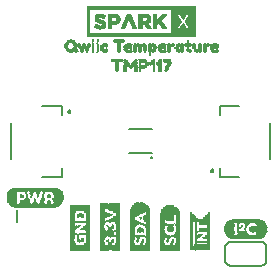
<source format=gto>
G75*
%MOIN*%
%OFA0B0*%
%FSLAX25Y25*%
%IPPOS*%
%LPD*%
%AMOC8*
5,1,8,0,0,1.08239X$1,22.5*
%
%ADD10C,0.00800*%
%ADD11R,0.03465X0.00157*%
%ADD12R,0.00157X0.00157*%
%ADD13R,0.01417X0.00157*%
%ADD14R,0.02205X0.00157*%
%ADD15R,0.03937X0.00157*%
%ADD16R,0.00787X0.00157*%
%ADD17R,0.00945X0.00157*%
%ADD18R,0.02362X0.00157*%
%ADD19R,0.02992X0.00157*%
%ADD20R,0.01102X0.00157*%
%ADD21R,0.02677X0.00157*%
%ADD22R,0.04094X0.00157*%
%ADD23R,0.01260X0.00157*%
%ADD24R,0.02835X0.00157*%
%ADD25R,0.03780X0.00157*%
%ADD26R,0.01575X0.00157*%
%ADD27R,0.03150X0.00157*%
%ADD28R,0.01732X0.00157*%
%ADD29R,0.01890X0.00157*%
%ADD30R,0.02047X0.00157*%
%ADD31R,0.04567X0.00157*%
%ADD32R,0.00315X0.00157*%
%ADD33R,0.00630X0.00157*%
%ADD34R,0.03307X0.00157*%
%ADD35R,0.03622X0.00157*%
%ADD36R,0.02520X0.00157*%
%ADD37R,0.04252X0.00157*%
%ADD38R,0.04409X0.00157*%
%ADD39R,0.00472X0.00157*%
%ADD40C,0.00600*%
%ADD41C,0.00039*%
%ADD42R,0.00157X0.12756*%
%ADD43R,0.00157X0.12598*%
%ADD44R,0.00157X0.12441*%
%ADD45R,0.00157X0.12283*%
%ADD46R,0.00157X0.01732*%
%ADD47R,0.00157X0.02835*%
%ADD48R,0.00157X0.01575*%
%ADD49R,0.00157X0.02362*%
%ADD50R,0.00157X0.02205*%
%ADD51R,0.00157X0.02047*%
%ADD52R,0.00157X0.01890*%
%ADD53R,0.00157X0.11181*%
%ADD54R,0.00157X0.11024*%
%ADD55R,0.00157X0.10866*%
%ADD56R,0.00157X0.10709*%
%ADD57R,0.00157X0.00630*%
%ADD58R,0.00157X0.00472*%
%ADD59R,0.00157X0.01102*%
%ADD60R,0.00157X0.01417*%
%ADD61R,0.00157X0.00315*%
%ADD62R,0.00157X0.00787*%
%ADD63R,0.00157X0.01260*%
%ADD64R,0.00157X0.00945*%
%ADD65R,0.00157X0.02520*%
%ADD66R,0.00157X0.02677*%
%ADD67R,0.00157X0.02992*%
%ADD68R,0.00157X0.03150*%
%ADD69R,0.00157X0.03307*%
%ADD70R,0.00157X0.03465*%
%ADD71R,0.00157X0.03780*%
%ADD72R,0.00157X0.12126*%
%ADD73R,0.14331X0.00157*%
%ADD74R,0.15276X0.00157*%
%ADD75R,0.15906X0.00157*%
%ADD76R,0.16535X0.00157*%
%ADD77R,0.16850X0.00157*%
%ADD78R,0.17165X0.00157*%
%ADD79R,0.17480X0.00157*%
%ADD80R,0.06614X0.00157*%
%ADD81R,0.06772X0.00157*%
%ADD82R,0.09606X0.00157*%
%ADD83R,0.10551X0.00157*%
%ADD84R,0.11181X0.00157*%
%ADD85R,0.11811X0.00157*%
%ADD86R,0.12126X0.00157*%
%ADD87R,0.12441X0.00157*%
%ADD88R,0.12756X0.00157*%
%ADD89R,0.04882X0.00157*%
%ADD90R,0.05669X0.00157*%
%ADD91R,0.05827X0.00157*%
%ADD92R,0.05984X0.00157*%
%ADD93R,0.00157X0.15906*%
%ADD94R,0.00157X0.03937*%
%ADD95R,0.00157X0.07402*%
%ADD96R,0.00157X0.03622*%
%ADD97R,0.00157X0.15276*%
%ADD98R,0.00157X0.12913*%
%ADD99R,0.00157X0.13386*%
%ADD100R,0.00157X0.13701*%
%ADD101R,0.00157X0.14016*%
%ADD102R,0.00157X0.14173*%
%ADD103R,0.00157X0.14331*%
%ADD104R,0.00157X0.14488*%
%ADD105R,0.00157X0.07087*%
%ADD106R,0.00157X0.04882*%
%ADD107R,0.00157X0.05039*%
%ADD108R,0.00157X0.05197*%
%ADD109R,0.00157X0.13858*%
%ADD110R,0.00157X0.14646*%
%ADD111R,0.00157X0.14961*%
%ADD112R,0.00157X0.15118*%
%ADD113R,0.00157X0.15433*%
%ADD114R,0.00157X0.11969*%
%ADD115R,0.00157X0.04567*%
%ADD116R,0.00157X0.04409*%
%ADD117R,0.00157X0.04252*%
%ADD118R,0.00157X0.04094*%
%ADD119C,0.00500*%
D10*
X0117083Y0058125D02*
X0117083Y0061875D01*
X0125459Y0073189D02*
X0131955Y0073189D01*
X0131955Y0076142D01*
X0115223Y0079094D02*
X0115223Y0090906D01*
X0125459Y0096811D02*
X0131955Y0096811D01*
X0131955Y0093858D01*
X0134114Y0094843D02*
X0134116Y0094883D01*
X0134122Y0094922D01*
X0134132Y0094961D01*
X0134145Y0094998D01*
X0134163Y0095034D01*
X0134184Y0095068D01*
X0134208Y0095100D01*
X0134235Y0095129D01*
X0134265Y0095156D01*
X0134297Y0095179D01*
X0134332Y0095199D01*
X0134368Y0095215D01*
X0134406Y0095228D01*
X0134445Y0095237D01*
X0134484Y0095242D01*
X0134524Y0095243D01*
X0134564Y0095240D01*
X0134603Y0095233D01*
X0134641Y0095222D01*
X0134679Y0095208D01*
X0134714Y0095189D01*
X0134747Y0095168D01*
X0134779Y0095143D01*
X0134807Y0095115D01*
X0134833Y0095085D01*
X0134855Y0095052D01*
X0134874Y0095017D01*
X0134890Y0094980D01*
X0134902Y0094942D01*
X0134910Y0094903D01*
X0134914Y0094863D01*
X0134914Y0094823D01*
X0134910Y0094783D01*
X0134902Y0094744D01*
X0134890Y0094706D01*
X0134874Y0094669D01*
X0134855Y0094634D01*
X0134833Y0094601D01*
X0134807Y0094571D01*
X0134779Y0094543D01*
X0134747Y0094518D01*
X0134714Y0094497D01*
X0134679Y0094478D01*
X0134641Y0094464D01*
X0134603Y0094453D01*
X0134564Y0094446D01*
X0134524Y0094443D01*
X0134484Y0094444D01*
X0134445Y0094449D01*
X0134406Y0094458D01*
X0134368Y0094471D01*
X0134332Y0094487D01*
X0134297Y0094507D01*
X0134265Y0094530D01*
X0134235Y0094557D01*
X0134208Y0094586D01*
X0134184Y0094618D01*
X0134163Y0094652D01*
X0134145Y0094688D01*
X0134132Y0094725D01*
X0134122Y0094764D01*
X0134116Y0094803D01*
X0134114Y0094843D01*
X0161845Y0079547D02*
X0161847Y0079574D01*
X0161853Y0079601D01*
X0161862Y0079627D01*
X0161875Y0079651D01*
X0161891Y0079674D01*
X0161910Y0079693D01*
X0161932Y0079710D01*
X0161956Y0079724D01*
X0161981Y0079734D01*
X0162008Y0079741D01*
X0162035Y0079744D01*
X0162063Y0079743D01*
X0162090Y0079738D01*
X0162116Y0079730D01*
X0162140Y0079718D01*
X0162163Y0079702D01*
X0162184Y0079684D01*
X0162201Y0079663D01*
X0162216Y0079639D01*
X0162227Y0079614D01*
X0162235Y0079588D01*
X0162239Y0079561D01*
X0162239Y0079533D01*
X0162235Y0079506D01*
X0162227Y0079480D01*
X0162216Y0079455D01*
X0162201Y0079431D01*
X0162184Y0079410D01*
X0162163Y0079392D01*
X0162141Y0079376D01*
X0162116Y0079364D01*
X0162090Y0079356D01*
X0162063Y0079351D01*
X0162035Y0079350D01*
X0162008Y0079353D01*
X0161981Y0079360D01*
X0161956Y0079370D01*
X0161932Y0079384D01*
X0161910Y0079401D01*
X0161891Y0079420D01*
X0161875Y0079443D01*
X0161862Y0079467D01*
X0161853Y0079493D01*
X0161847Y0079520D01*
X0161845Y0079547D01*
X0181752Y0075157D02*
X0181754Y0075197D01*
X0181760Y0075236D01*
X0181770Y0075275D01*
X0181783Y0075312D01*
X0181801Y0075348D01*
X0181822Y0075382D01*
X0181846Y0075414D01*
X0181873Y0075443D01*
X0181903Y0075470D01*
X0181935Y0075493D01*
X0181970Y0075513D01*
X0182006Y0075529D01*
X0182044Y0075542D01*
X0182083Y0075551D01*
X0182122Y0075556D01*
X0182162Y0075557D01*
X0182202Y0075554D01*
X0182241Y0075547D01*
X0182279Y0075536D01*
X0182317Y0075522D01*
X0182352Y0075503D01*
X0182385Y0075482D01*
X0182417Y0075457D01*
X0182445Y0075429D01*
X0182471Y0075399D01*
X0182493Y0075366D01*
X0182512Y0075331D01*
X0182528Y0075294D01*
X0182540Y0075256D01*
X0182548Y0075217D01*
X0182552Y0075177D01*
X0182552Y0075137D01*
X0182548Y0075097D01*
X0182540Y0075058D01*
X0182528Y0075020D01*
X0182512Y0074983D01*
X0182493Y0074948D01*
X0182471Y0074915D01*
X0182445Y0074885D01*
X0182417Y0074857D01*
X0182385Y0074832D01*
X0182352Y0074811D01*
X0182317Y0074792D01*
X0182279Y0074778D01*
X0182241Y0074767D01*
X0182202Y0074760D01*
X0182162Y0074757D01*
X0182122Y0074758D01*
X0182083Y0074763D01*
X0182044Y0074772D01*
X0182006Y0074785D01*
X0181970Y0074801D01*
X0181935Y0074821D01*
X0181903Y0074844D01*
X0181873Y0074871D01*
X0181846Y0074900D01*
X0181822Y0074932D01*
X0181801Y0074966D01*
X0181783Y0075002D01*
X0181770Y0075039D01*
X0181760Y0075078D01*
X0181754Y0075117D01*
X0181752Y0075157D01*
X0184711Y0076142D02*
X0184711Y0073189D01*
X0191207Y0073189D01*
X0201444Y0079094D02*
X0201444Y0090906D01*
X0191207Y0096811D02*
X0184711Y0096811D01*
X0184711Y0093858D01*
D11*
X0150503Y0112047D03*
X0139570Y0115713D03*
X0139570Y0115870D03*
X0130499Y0067732D03*
X0130656Y0067575D03*
X0130971Y0066000D03*
X0130971Y0065843D03*
X0130814Y0065055D03*
X0119790Y0064425D03*
X0119790Y0064268D03*
X0119790Y0064110D03*
X0115381Y0065213D03*
X0115381Y0065370D03*
X0115381Y0065528D03*
X0115381Y0065685D03*
X0115381Y0065843D03*
X0115381Y0066000D03*
X0115381Y0066157D03*
X0115381Y0066315D03*
X0115381Y0066472D03*
X0115381Y0066630D03*
X0115381Y0066787D03*
X0187881Y0056287D03*
X0187881Y0056130D03*
X0187881Y0055972D03*
X0187881Y0055815D03*
X0187881Y0055657D03*
X0187881Y0055500D03*
X0187881Y0055343D03*
X0187881Y0055185D03*
X0187881Y0055028D03*
X0187881Y0054870D03*
X0187881Y0054713D03*
X0192290Y0054083D03*
X0198117Y0053453D03*
X0198589Y0054398D03*
X0198589Y0056445D03*
X0198274Y0057390D03*
D12*
X0193471Y0055185D03*
X0193471Y0055028D03*
X0193471Y0054870D03*
X0179121Y0053795D03*
X0178963Y0052535D03*
X0148963Y0060437D03*
X0148806Y0060437D03*
X0138491Y0056815D03*
X0138333Y0055398D03*
X0121916Y0066000D03*
X0163967Y0110157D03*
X0164912Y0112047D03*
X0162707Y0112047D03*
X0156723Y0112047D03*
X0153259Y0112047D03*
D13*
X0153416Y0111417D03*
X0156566Y0111417D03*
X0158770Y0112047D03*
X0162392Y0111417D03*
X0164755Y0111417D03*
X0154991Y0109528D03*
X0139491Y0116500D03*
X0138703Y0115398D03*
X0138703Y0115240D03*
X0133979Y0115398D03*
X0136184Y0117445D03*
X0154294Y0117287D03*
X0159333Y0117130D03*
X0165633Y0117287D03*
X0174609Y0114610D03*
X0183113Y0117287D03*
X0125538Y0064898D03*
X0125538Y0064740D03*
X0125538Y0064583D03*
X0123018Y0064110D03*
X0191266Y0055972D03*
X0195676Y0056287D03*
X0195676Y0054555D03*
D14*
X0120105Y0065055D03*
X0153810Y0110315D03*
X0156172Y0110315D03*
X0154373Y0114610D03*
X0161932Y0114610D03*
X0165711Y0114610D03*
X0168388Y0116500D03*
X0174215Y0116500D03*
X0174215Y0117287D03*
X0180199Y0116500D03*
X0183192Y0114610D03*
X0167196Y0112047D03*
X0146341Y0114768D03*
X0146341Y0116972D03*
X0135003Y0114610D03*
D15*
X0135554Y0114925D03*
X0150424Y0111890D03*
X0150424Y0111732D03*
X0150424Y0111417D03*
X0151144Y0117917D03*
X0151144Y0118075D03*
X0151144Y0118232D03*
X0151144Y0118390D03*
X0197881Y0057547D03*
D16*
X0193629Y0056760D03*
X0193156Y0055657D03*
X0190951Y0055657D03*
X0190951Y0057390D03*
X0195676Y0054398D03*
X0125853Y0066315D03*
X0125853Y0066472D03*
X0125853Y0066630D03*
X0121916Y0066945D03*
X0120499Y0065843D03*
X0120026Y0067732D03*
X0150424Y0107953D03*
X0153259Y0107953D03*
X0154991Y0109055D03*
X0156723Y0107953D03*
X0164912Y0107953D03*
X0162707Y0111890D03*
X0159806Y0114453D03*
X0158231Y0114453D03*
X0156499Y0114453D03*
X0156499Y0117287D03*
X0157601Y0117287D03*
X0159333Y0117287D03*
X0162483Y0117287D03*
X0167837Y0117287D03*
X0170987Y0117287D03*
X0172247Y0117287D03*
X0176184Y0117287D03*
X0178231Y0117287D03*
X0179648Y0117287D03*
X0179648Y0114453D03*
X0178231Y0114453D03*
X0176971Y0114453D03*
X0172247Y0114453D03*
X0167837Y0114453D03*
X0153259Y0111890D03*
X0151144Y0114453D03*
X0146892Y0115398D03*
X0146892Y0116343D03*
X0143900Y0117287D03*
X0142483Y0117287D03*
X0137916Y0117287D03*
X0138703Y0114610D03*
X0142483Y0114453D03*
X0143900Y0114453D03*
D17*
X0143979Y0114610D03*
X0143979Y0114768D03*
X0143979Y0114925D03*
X0143979Y0115083D03*
X0143979Y0115240D03*
X0143979Y0115398D03*
X0143979Y0115555D03*
X0143979Y0115713D03*
X0143979Y0115870D03*
X0143979Y0116028D03*
X0143979Y0116185D03*
X0143979Y0116343D03*
X0143979Y0116500D03*
X0143979Y0116657D03*
X0143979Y0116815D03*
X0143979Y0116972D03*
X0143979Y0117130D03*
X0143979Y0117917D03*
X0143979Y0118075D03*
X0143979Y0118232D03*
X0143979Y0118390D03*
X0143979Y0118547D03*
X0142562Y0118547D03*
X0142562Y0118390D03*
X0142562Y0118232D03*
X0142562Y0118075D03*
X0142562Y0117917D03*
X0142562Y0117130D03*
X0142562Y0116972D03*
X0142562Y0116815D03*
X0142562Y0116657D03*
X0142562Y0116500D03*
X0142562Y0116343D03*
X0142562Y0116185D03*
X0142562Y0116028D03*
X0142562Y0115870D03*
X0142562Y0115713D03*
X0142562Y0115555D03*
X0142562Y0115398D03*
X0142562Y0115240D03*
X0142562Y0115083D03*
X0142562Y0114925D03*
X0142562Y0114768D03*
X0142562Y0114610D03*
X0140357Y0114610D03*
X0140357Y0114768D03*
X0136892Y0114610D03*
X0136577Y0116185D03*
X0136577Y0116657D03*
X0137837Y0117130D03*
X0139570Y0117130D03*
X0141144Y0117130D03*
X0135003Y0118547D03*
X0155160Y0116343D03*
X0155160Y0116185D03*
X0156420Y0117130D03*
X0158152Y0114610D03*
X0159885Y0114610D03*
X0159885Y0114768D03*
X0161302Y0114453D03*
X0161302Y0114295D03*
X0161302Y0114138D03*
X0161302Y0113980D03*
X0161302Y0113823D03*
X0161302Y0113665D03*
X0161302Y0113508D03*
X0161302Y0113350D03*
X0162629Y0111732D03*
X0162629Y0110157D03*
X0162629Y0110000D03*
X0162629Y0109843D03*
X0162629Y0109685D03*
X0162629Y0109528D03*
X0162629Y0109370D03*
X0162629Y0109213D03*
X0162629Y0109055D03*
X0162629Y0108898D03*
X0162629Y0108740D03*
X0162629Y0108583D03*
X0162629Y0108425D03*
X0162629Y0108268D03*
X0162629Y0108110D03*
X0162629Y0107953D03*
X0166881Y0107953D03*
X0166881Y0108110D03*
X0166881Y0108583D03*
X0160424Y0110472D03*
X0160424Y0110630D03*
X0158219Y0110630D03*
X0158219Y0110787D03*
X0158219Y0110945D03*
X0158219Y0110472D03*
X0158219Y0110315D03*
X0158219Y0110157D03*
X0158219Y0108898D03*
X0158219Y0108740D03*
X0158219Y0108583D03*
X0158219Y0108425D03*
X0158219Y0108268D03*
X0158219Y0108110D03*
X0150503Y0108110D03*
X0156644Y0111890D03*
X0164991Y0111890D03*
X0171066Y0114453D03*
X0174058Y0115555D03*
X0174058Y0115713D03*
X0174058Y0115870D03*
X0174058Y0116028D03*
X0174058Y0116185D03*
X0174058Y0117445D03*
X0174058Y0117602D03*
X0174058Y0117760D03*
X0174058Y0117917D03*
X0174058Y0118075D03*
X0174058Y0118232D03*
X0178152Y0117130D03*
X0180829Y0117287D03*
X0183979Y0116343D03*
X0183979Y0116185D03*
X0174688Y0114453D03*
X0169018Y0117287D03*
X0166499Y0116343D03*
X0166499Y0116185D03*
X0161302Y0115870D03*
X0124199Y0067260D03*
X0124199Y0067102D03*
X0124199Y0066945D03*
X0125774Y0066157D03*
X0125774Y0066000D03*
X0125774Y0065843D03*
X0127664Y0064898D03*
X0127664Y0064740D03*
X0127664Y0066945D03*
X0123097Y0064898D03*
X0123097Y0064740D03*
X0123097Y0064583D03*
X0121995Y0067102D03*
X0121995Y0067260D03*
X0118530Y0066945D03*
X0120577Y0065685D03*
X0193077Y0055500D03*
D18*
X0158928Y0109213D03*
X0158928Y0111890D03*
X0162010Y0114768D03*
X0165633Y0114768D03*
X0168467Y0116657D03*
X0168467Y0116815D03*
X0168467Y0116972D03*
X0168467Y0117130D03*
X0165633Y0116972D03*
X0162010Y0117130D03*
X0154294Y0116972D03*
X0154294Y0114768D03*
X0146262Y0114925D03*
X0146262Y0115083D03*
X0146262Y0116657D03*
X0146262Y0116815D03*
X0135081Y0118232D03*
X0174294Y0117130D03*
X0180278Y0117130D03*
X0180278Y0116972D03*
X0180278Y0116815D03*
X0180278Y0116657D03*
X0183113Y0116972D03*
X0183113Y0114768D03*
X0177444Y0114610D03*
D19*
X0177286Y0115083D03*
X0177286Y0115240D03*
X0177286Y0115398D03*
X0171302Y0115398D03*
X0171302Y0115240D03*
X0171302Y0116343D03*
X0171302Y0116500D03*
X0165475Y0116028D03*
X0165475Y0115870D03*
X0167274Y0111890D03*
X0167274Y0111732D03*
X0167274Y0111575D03*
X0167274Y0111417D03*
X0167274Y0111260D03*
X0159243Y0111260D03*
X0159243Y0111417D03*
X0159243Y0109843D03*
X0159243Y0109685D03*
X0154136Y0115870D03*
X0154136Y0116028D03*
X0135081Y0117917D03*
X0182955Y0116028D03*
X0182955Y0115870D03*
X0115617Y0067890D03*
X0115617Y0067732D03*
X0115617Y0064268D03*
X0115617Y0064110D03*
X0115774Y0063953D03*
X0130577Y0063953D03*
X0130892Y0064425D03*
X0130892Y0064583D03*
X0188117Y0057390D03*
X0188117Y0057232D03*
X0188117Y0053768D03*
X0188117Y0053610D03*
X0188274Y0053453D03*
X0198510Y0053768D03*
D20*
X0195676Y0056445D03*
X0193629Y0056917D03*
X0191109Y0055815D03*
X0127743Y0064425D03*
X0127743Y0064583D03*
X0127743Y0066157D03*
X0127743Y0066315D03*
X0127743Y0066787D03*
X0125696Y0065685D03*
X0125696Y0065528D03*
X0125696Y0065370D03*
X0124121Y0067417D03*
X0121916Y0067417D03*
X0118609Y0066157D03*
X0120499Y0065528D03*
X0150424Y0108268D03*
X0150424Y0108425D03*
X0150424Y0108583D03*
X0150424Y0108740D03*
X0150424Y0108898D03*
X0150424Y0109055D03*
X0150424Y0109213D03*
X0150424Y0109370D03*
X0150424Y0109528D03*
X0150424Y0109685D03*
X0150424Y0109843D03*
X0150424Y0110000D03*
X0150424Y0110157D03*
X0150424Y0110315D03*
X0150424Y0110472D03*
X0150424Y0110630D03*
X0150424Y0110787D03*
X0150424Y0110945D03*
X0150424Y0111102D03*
X0153259Y0111732D03*
X0153259Y0110000D03*
X0153259Y0109843D03*
X0153259Y0109685D03*
X0153259Y0109528D03*
X0153259Y0109370D03*
X0153259Y0109213D03*
X0153259Y0109055D03*
X0153259Y0108898D03*
X0153259Y0108740D03*
X0153259Y0108583D03*
X0153259Y0108425D03*
X0153259Y0108268D03*
X0153259Y0108110D03*
X0154991Y0109213D03*
X0154991Y0109370D03*
X0156723Y0109370D03*
X0156723Y0109213D03*
X0156723Y0109055D03*
X0156723Y0108898D03*
X0156723Y0108740D03*
X0156723Y0108583D03*
X0156723Y0108425D03*
X0156723Y0108268D03*
X0156723Y0108110D03*
X0156723Y0109528D03*
X0156723Y0109685D03*
X0156723Y0109843D03*
X0156723Y0110000D03*
X0156723Y0111732D03*
X0160345Y0110787D03*
X0160345Y0110315D03*
X0160345Y0110157D03*
X0164912Y0110157D03*
X0164912Y0110000D03*
X0164912Y0109843D03*
X0164912Y0109685D03*
X0164912Y0109528D03*
X0164912Y0109370D03*
X0164912Y0109213D03*
X0164912Y0109055D03*
X0164912Y0108898D03*
X0164912Y0108740D03*
X0164912Y0108583D03*
X0164912Y0108425D03*
X0164912Y0108268D03*
X0164912Y0108110D03*
X0166802Y0108268D03*
X0166802Y0108425D03*
X0166959Y0108740D03*
X0166959Y0108898D03*
X0166959Y0109055D03*
X0167117Y0109213D03*
X0167904Y0110630D03*
X0168062Y0110945D03*
X0164912Y0111732D03*
X0167837Y0114610D03*
X0167837Y0114768D03*
X0167837Y0114925D03*
X0167837Y0115083D03*
X0167837Y0115240D03*
X0167837Y0115398D03*
X0167837Y0115555D03*
X0167837Y0115713D03*
X0167837Y0115870D03*
X0167837Y0116028D03*
X0167837Y0116185D03*
X0170199Y0116028D03*
X0170199Y0115870D03*
X0170199Y0115713D03*
X0172247Y0115713D03*
X0172247Y0115870D03*
X0172247Y0116028D03*
X0174136Y0115398D03*
X0176184Y0115713D03*
X0176184Y0115870D03*
X0176184Y0116028D03*
X0176184Y0116185D03*
X0176184Y0116343D03*
X0176184Y0116500D03*
X0176184Y0116657D03*
X0176184Y0116815D03*
X0176184Y0116972D03*
X0176184Y0117130D03*
X0178231Y0116972D03*
X0178231Y0116815D03*
X0178231Y0116657D03*
X0178231Y0116500D03*
X0178231Y0116343D03*
X0178231Y0116185D03*
X0178231Y0116028D03*
X0178231Y0115870D03*
X0178231Y0115713D03*
X0179648Y0115713D03*
X0179648Y0115870D03*
X0179648Y0116028D03*
X0179648Y0116185D03*
X0179648Y0115555D03*
X0179648Y0115398D03*
X0179648Y0115240D03*
X0179648Y0115083D03*
X0179648Y0114925D03*
X0179648Y0114768D03*
X0179648Y0114610D03*
X0182010Y0116185D03*
X0164688Y0116343D03*
X0164530Y0116185D03*
X0164688Y0115398D03*
X0163270Y0115713D03*
X0163270Y0115870D03*
X0163270Y0116028D03*
X0163270Y0116185D03*
X0163113Y0115555D03*
X0161381Y0115555D03*
X0161381Y0115713D03*
X0161381Y0116028D03*
X0161381Y0116185D03*
X0159806Y0116185D03*
X0159806Y0116028D03*
X0159806Y0115870D03*
X0159806Y0115713D03*
X0159806Y0115555D03*
X0159806Y0115398D03*
X0159806Y0115240D03*
X0159806Y0115083D03*
X0159806Y0114925D03*
X0158231Y0114925D03*
X0158231Y0114768D03*
X0158231Y0115083D03*
X0158231Y0115240D03*
X0158231Y0115398D03*
X0158231Y0115555D03*
X0158231Y0115713D03*
X0158231Y0115870D03*
X0158231Y0116028D03*
X0156499Y0116028D03*
X0156499Y0116185D03*
X0156499Y0115870D03*
X0156499Y0115713D03*
X0156499Y0115555D03*
X0156499Y0115398D03*
X0156499Y0115240D03*
X0156499Y0115083D03*
X0156499Y0114925D03*
X0156499Y0114768D03*
X0156499Y0114610D03*
X0153192Y0116185D03*
X0151144Y0116185D03*
X0151144Y0116028D03*
X0151144Y0115870D03*
X0151144Y0115713D03*
X0151144Y0115555D03*
X0151144Y0115398D03*
X0151144Y0115240D03*
X0151144Y0115083D03*
X0151144Y0114925D03*
X0151144Y0114768D03*
X0151144Y0114610D03*
X0151144Y0116343D03*
X0151144Y0116500D03*
X0151144Y0116657D03*
X0151144Y0116815D03*
X0151144Y0116972D03*
X0151144Y0117130D03*
X0151144Y0117287D03*
X0151144Y0117445D03*
X0151144Y0117602D03*
X0145318Y0116028D03*
X0145318Y0115870D03*
X0145318Y0115713D03*
X0141223Y0116972D03*
X0141066Y0116657D03*
X0141066Y0116500D03*
X0139491Y0116815D03*
X0139491Y0116972D03*
X0138073Y0116500D03*
X0138073Y0116343D03*
X0137916Y0116657D03*
X0137916Y0116815D03*
X0137916Y0116972D03*
X0136656Y0116500D03*
X0136656Y0116343D03*
X0136499Y0116028D03*
X0136499Y0115870D03*
X0136499Y0116815D03*
X0136499Y0116972D03*
X0133664Y0117130D03*
X0133507Y0116972D03*
X0133507Y0116815D03*
X0133507Y0116657D03*
X0133507Y0116500D03*
X0133507Y0116343D03*
X0133507Y0116185D03*
X0133507Y0116028D03*
X0133664Y0115713D03*
X0138703Y0114925D03*
X0138703Y0114768D03*
D21*
X0140121Y0116343D03*
X0135081Y0118075D03*
X0153979Y0115555D03*
X0154136Y0115083D03*
X0159085Y0111732D03*
X0159085Y0109370D03*
X0162168Y0115083D03*
X0162168Y0116657D03*
X0162168Y0116815D03*
X0165318Y0115555D03*
X0165475Y0115083D03*
X0171459Y0114768D03*
X0171459Y0116972D03*
X0177444Y0114768D03*
X0182798Y0115555D03*
X0182955Y0115083D03*
D22*
X0150503Y0111575D03*
X0135475Y0115083D03*
X0135318Y0115240D03*
X0123097Y0068047D03*
X0192605Y0053610D03*
D23*
X0193707Y0057075D03*
X0127822Y0064110D03*
X0127822Y0064268D03*
X0125617Y0065055D03*
X0125617Y0065213D03*
X0127822Y0066472D03*
X0127822Y0066630D03*
X0124199Y0067575D03*
X0124199Y0067732D03*
X0121995Y0067732D03*
X0121995Y0067575D03*
X0119948Y0067890D03*
X0118688Y0066787D03*
X0118688Y0066630D03*
X0118688Y0066472D03*
X0118688Y0066315D03*
X0120420Y0065370D03*
X0123097Y0064425D03*
X0123097Y0064268D03*
X0167196Y0109370D03*
X0167196Y0109528D03*
X0167353Y0109685D03*
X0167353Y0109843D03*
X0167510Y0110000D03*
X0167668Y0110157D03*
X0167668Y0110315D03*
X0167825Y0110472D03*
X0167983Y0110787D03*
X0164833Y0111575D03*
X0162471Y0111575D03*
X0160266Y0110945D03*
X0156644Y0111575D03*
X0153337Y0111575D03*
X0153428Y0115240D03*
X0153270Y0115398D03*
X0153270Y0116343D03*
X0157680Y0117130D03*
X0158152Y0116185D03*
X0161459Y0116343D03*
X0163034Y0116343D03*
X0164766Y0115240D03*
X0167916Y0116343D03*
X0170278Y0116185D03*
X0170278Y0115555D03*
X0172168Y0115555D03*
X0172168Y0116185D03*
X0176262Y0115555D03*
X0178152Y0115555D03*
X0179727Y0116343D03*
X0182089Y0116343D03*
X0182089Y0115398D03*
X0182247Y0115240D03*
X0146341Y0114453D03*
X0145554Y0115398D03*
X0145396Y0115555D03*
X0145396Y0116185D03*
X0145554Y0116343D03*
X0146341Y0117287D03*
X0141144Y0116815D03*
X0139570Y0116657D03*
X0140357Y0115240D03*
X0140357Y0115083D03*
X0140357Y0114925D03*
X0138782Y0115083D03*
X0136420Y0115713D03*
X0136262Y0115555D03*
X0136420Y0117130D03*
X0136420Y0117287D03*
X0133900Y0117445D03*
X0133743Y0117287D03*
X0133585Y0115870D03*
X0133743Y0115555D03*
D24*
X0154058Y0115713D03*
X0154215Y0116500D03*
X0154215Y0116657D03*
X0162247Y0116500D03*
X0162247Y0115398D03*
X0162247Y0115240D03*
X0165396Y0115713D03*
X0165554Y0116500D03*
X0165554Y0116657D03*
X0171381Y0116657D03*
X0171381Y0116815D03*
X0171381Y0115083D03*
X0171381Y0114925D03*
X0177365Y0114925D03*
X0182877Y0115713D03*
X0183034Y0116500D03*
X0183034Y0116657D03*
X0167353Y0111102D03*
X0159164Y0111575D03*
X0159164Y0109528D03*
X0130814Y0064268D03*
X0130814Y0064110D03*
X0194022Y0057547D03*
D25*
X0192448Y0053768D03*
X0198589Y0056287D03*
X0130814Y0065370D03*
X0130814Y0065528D03*
X0130341Y0067890D03*
X0119790Y0063953D03*
X0150503Y0111260D03*
X0139570Y0116185D03*
X0135633Y0114768D03*
D26*
X0135003Y0114453D03*
X0140357Y0115398D03*
X0153495Y0111260D03*
X0153495Y0111102D03*
X0156487Y0111102D03*
X0156487Y0111260D03*
X0162314Y0111260D03*
X0164676Y0111260D03*
X0174530Y0114768D03*
X0174373Y0115240D03*
X0124199Y0067890D03*
X0121995Y0067890D03*
X0125459Y0064425D03*
X0125459Y0064268D03*
X0125459Y0064110D03*
X0127822Y0063953D03*
X0193707Y0057232D03*
D27*
X0188038Y0057075D03*
X0188038Y0056917D03*
X0188038Y0054083D03*
X0188038Y0053925D03*
X0192133Y0054555D03*
X0198589Y0054083D03*
X0198589Y0053925D03*
X0198589Y0056917D03*
X0198589Y0057075D03*
X0198432Y0057232D03*
X0119633Y0064898D03*
X0115538Y0064583D03*
X0115538Y0064425D03*
X0115538Y0067417D03*
X0115538Y0067575D03*
X0159322Y0110000D03*
X0159322Y0111102D03*
D28*
X0162235Y0111102D03*
X0162235Y0110315D03*
X0164597Y0111102D03*
X0165790Y0114453D03*
X0174451Y0114925D03*
X0174451Y0115083D03*
X0156408Y0110945D03*
X0154991Y0109685D03*
X0153573Y0110945D03*
X0146420Y0114610D03*
X0136184Y0115398D03*
X0135081Y0118390D03*
X0120341Y0065213D03*
X0123018Y0063953D03*
D29*
X0125459Y0063953D03*
X0154912Y0109843D03*
X0153652Y0110787D03*
X0156329Y0110787D03*
X0162156Y0110945D03*
X0162156Y0110472D03*
X0164518Y0110315D03*
X0164518Y0110945D03*
X0154373Y0114453D03*
X0146341Y0117130D03*
X0174215Y0116343D03*
X0183192Y0114453D03*
D30*
X0183113Y0117130D03*
X0165633Y0117130D03*
X0154294Y0117130D03*
X0153731Y0110630D03*
X0153731Y0110472D03*
X0154991Y0110000D03*
X0156251Y0110472D03*
X0156251Y0110630D03*
X0158770Y0109055D03*
X0162077Y0110630D03*
X0162077Y0110787D03*
X0164440Y0110787D03*
X0164440Y0110630D03*
X0164440Y0110472D03*
X0193786Y0057390D03*
D31*
X0192684Y0053453D03*
X0154991Y0110157D03*
D32*
X0161684Y0110157D03*
X0169176Y0116343D03*
X0165711Y0117445D03*
X0174058Y0118390D03*
X0180987Y0116343D03*
X0183034Y0117445D03*
X0154215Y0117445D03*
X0146971Y0116185D03*
X0146971Y0115555D03*
X0143979Y0117760D03*
X0142562Y0117760D03*
X0120262Y0067260D03*
X0120420Y0066945D03*
X0120420Y0066787D03*
X0121995Y0066315D03*
X0121995Y0066157D03*
X0123097Y0065843D03*
X0123097Y0065685D03*
X0123097Y0065528D03*
X0124199Y0066000D03*
X0124199Y0066157D03*
X0124199Y0066315D03*
X0192133Y0056760D03*
X0193392Y0055343D03*
D33*
X0193235Y0055815D03*
X0193392Y0056130D03*
X0193550Y0056602D03*
X0192133Y0056602D03*
X0192133Y0056445D03*
X0191818Y0056130D03*
X0190873Y0056130D03*
X0190873Y0055500D03*
X0190873Y0054713D03*
X0190873Y0057075D03*
X0190873Y0057232D03*
X0125932Y0066787D03*
X0125932Y0066945D03*
X0125932Y0067102D03*
X0125932Y0067890D03*
X0124199Y0066787D03*
X0124199Y0066630D03*
X0124199Y0066472D03*
X0123097Y0065370D03*
X0123097Y0065213D03*
X0123097Y0065055D03*
X0121995Y0066630D03*
X0121995Y0066787D03*
X0120577Y0066157D03*
X0120577Y0066000D03*
X0120105Y0067575D03*
X0158219Y0107953D03*
X0154373Y0114295D03*
X0161302Y0117287D03*
X0165711Y0114295D03*
X0183192Y0114295D03*
X0143979Y0118705D03*
X0142562Y0118705D03*
X0141144Y0117287D03*
X0139570Y0117287D03*
X0140357Y0114453D03*
X0138782Y0114453D03*
X0136892Y0114453D03*
D34*
X0139491Y0115555D03*
X0135081Y0117760D03*
X0151144Y0118547D03*
X0130735Y0067417D03*
X0130892Y0067260D03*
X0130892Y0067102D03*
X0130892Y0066945D03*
X0131050Y0066787D03*
X0131050Y0066630D03*
X0131050Y0066472D03*
X0131050Y0066315D03*
X0131050Y0066157D03*
X0130892Y0064898D03*
X0130892Y0064740D03*
X0119711Y0064740D03*
X0119711Y0064583D03*
X0115459Y0064740D03*
X0115459Y0064898D03*
X0115459Y0065055D03*
X0115459Y0066945D03*
X0115459Y0067102D03*
X0115459Y0067260D03*
X0187959Y0056760D03*
X0187959Y0056602D03*
X0187959Y0056445D03*
X0187959Y0054555D03*
X0187959Y0054398D03*
X0187959Y0054240D03*
X0192211Y0054240D03*
X0192211Y0054398D03*
X0198353Y0053610D03*
X0198668Y0054240D03*
X0198668Y0056602D03*
X0198668Y0056760D03*
D35*
X0198510Y0054555D03*
X0192369Y0053925D03*
X0130892Y0065213D03*
X0130892Y0065685D03*
X0139491Y0116028D03*
X0135081Y0117602D03*
X0151144Y0117760D03*
D36*
X0154215Y0116815D03*
X0154215Y0114925D03*
X0162089Y0114925D03*
X0165554Y0114925D03*
X0165554Y0116815D03*
X0162089Y0116972D03*
X0171538Y0117130D03*
X0174215Y0116972D03*
X0174215Y0116815D03*
X0174215Y0116657D03*
X0171538Y0114610D03*
X0183034Y0114925D03*
X0183034Y0116815D03*
X0146184Y0116500D03*
X0146184Y0115240D03*
D37*
X0158073Y0116815D03*
X0158073Y0116972D03*
D38*
X0158152Y0116657D03*
X0158152Y0116500D03*
X0158152Y0116343D03*
D39*
X0155081Y0115240D03*
X0162483Y0114453D03*
X0166420Y0115240D03*
X0183900Y0115240D03*
X0135081Y0114295D03*
X0126010Y0067732D03*
X0126010Y0067575D03*
X0126010Y0067417D03*
X0126010Y0067260D03*
X0121916Y0066472D03*
X0120499Y0066472D03*
X0120499Y0066315D03*
X0120499Y0066630D03*
X0120341Y0067102D03*
X0120184Y0067417D03*
X0190794Y0056917D03*
X0190794Y0056760D03*
X0190794Y0056602D03*
X0190794Y0056445D03*
X0190794Y0056287D03*
X0190794Y0055343D03*
X0190794Y0055185D03*
X0190794Y0055028D03*
X0190794Y0054870D03*
X0193471Y0054713D03*
X0193314Y0055972D03*
X0193471Y0056287D03*
X0193471Y0056445D03*
X0192054Y0056287D03*
D40*
X0188333Y0051500D02*
X0198333Y0051500D01*
X0198416Y0051498D01*
X0198499Y0051492D01*
X0198582Y0051483D01*
X0198664Y0051469D01*
X0198745Y0051452D01*
X0198826Y0051431D01*
X0198905Y0051407D01*
X0198983Y0051378D01*
X0199060Y0051347D01*
X0199135Y0051311D01*
X0199209Y0051273D01*
X0199281Y0051230D01*
X0199350Y0051185D01*
X0199418Y0051136D01*
X0199483Y0051085D01*
X0199546Y0051030D01*
X0199606Y0050973D01*
X0199663Y0050913D01*
X0199718Y0050850D01*
X0199769Y0050785D01*
X0199818Y0050717D01*
X0199863Y0050648D01*
X0199906Y0050576D01*
X0199944Y0050502D01*
X0199980Y0050427D01*
X0200011Y0050350D01*
X0200040Y0050272D01*
X0200064Y0050193D01*
X0200085Y0050112D01*
X0200102Y0050031D01*
X0200116Y0049949D01*
X0200125Y0049866D01*
X0200131Y0049783D01*
X0200133Y0049700D01*
X0200133Y0045300D01*
X0200131Y0045217D01*
X0200125Y0045134D01*
X0200116Y0045051D01*
X0200102Y0044969D01*
X0200085Y0044888D01*
X0200064Y0044807D01*
X0200040Y0044728D01*
X0200011Y0044650D01*
X0199980Y0044573D01*
X0199944Y0044498D01*
X0199906Y0044424D01*
X0199863Y0044352D01*
X0199818Y0044283D01*
X0199769Y0044215D01*
X0199718Y0044150D01*
X0199663Y0044087D01*
X0199606Y0044027D01*
X0199546Y0043970D01*
X0199483Y0043915D01*
X0199418Y0043864D01*
X0199350Y0043815D01*
X0199281Y0043770D01*
X0199209Y0043727D01*
X0199135Y0043689D01*
X0199060Y0043653D01*
X0198983Y0043622D01*
X0198905Y0043593D01*
X0198826Y0043569D01*
X0198745Y0043548D01*
X0198664Y0043531D01*
X0198582Y0043517D01*
X0198499Y0043508D01*
X0198416Y0043502D01*
X0198333Y0043500D01*
X0188333Y0043500D01*
X0188250Y0043502D01*
X0188167Y0043508D01*
X0188084Y0043517D01*
X0188002Y0043531D01*
X0187921Y0043548D01*
X0187840Y0043569D01*
X0187761Y0043593D01*
X0187683Y0043622D01*
X0187606Y0043653D01*
X0187531Y0043689D01*
X0187457Y0043727D01*
X0187385Y0043770D01*
X0187316Y0043815D01*
X0187248Y0043864D01*
X0187183Y0043915D01*
X0187120Y0043970D01*
X0187060Y0044027D01*
X0187003Y0044087D01*
X0186948Y0044150D01*
X0186897Y0044215D01*
X0186848Y0044283D01*
X0186803Y0044352D01*
X0186760Y0044424D01*
X0186722Y0044498D01*
X0186686Y0044573D01*
X0186655Y0044650D01*
X0186626Y0044728D01*
X0186602Y0044807D01*
X0186581Y0044888D01*
X0186564Y0044969D01*
X0186550Y0045051D01*
X0186541Y0045134D01*
X0186535Y0045217D01*
X0186533Y0045300D01*
X0186533Y0049700D01*
X0186535Y0049783D01*
X0186541Y0049866D01*
X0186550Y0049949D01*
X0186564Y0050031D01*
X0186581Y0050112D01*
X0186602Y0050193D01*
X0186626Y0050272D01*
X0186655Y0050350D01*
X0186686Y0050427D01*
X0186722Y0050502D01*
X0186760Y0050576D01*
X0186803Y0050648D01*
X0186848Y0050717D01*
X0186897Y0050785D01*
X0186948Y0050850D01*
X0187003Y0050913D01*
X0187060Y0050973D01*
X0187120Y0051030D01*
X0187183Y0051085D01*
X0187248Y0051136D01*
X0187316Y0051185D01*
X0187385Y0051230D01*
X0187457Y0051273D01*
X0187531Y0051311D01*
X0187606Y0051347D01*
X0187683Y0051378D01*
X0187761Y0051407D01*
X0187840Y0051431D01*
X0187921Y0051452D01*
X0188002Y0051469D01*
X0188084Y0051483D01*
X0188167Y0051492D01*
X0188250Y0051498D01*
X0188333Y0051500D01*
D41*
X0176333Y0120018D02*
X0167967Y0120018D01*
X0167967Y0120943D01*
X0168291Y0120943D01*
X0168291Y0124515D01*
X0171326Y0124515D01*
X0170001Y0122584D01*
X0171207Y0122584D01*
X0172298Y0124240D01*
X0173381Y0122584D01*
X0174631Y0122584D01*
X0173314Y0124515D01*
X0176333Y0124515D01*
X0176333Y0120018D01*
X0176333Y0120043D02*
X0167967Y0120043D01*
X0140333Y0120043D01*
X0140333Y0120018D02*
X0167967Y0120018D01*
X0167967Y0120943D01*
X0141259Y0120943D01*
X0141259Y0129057D01*
X0168291Y0129057D01*
X0168291Y0124515D01*
X0171326Y0124515D01*
X0171686Y0125040D01*
X0170073Y0127412D01*
X0171315Y0127412D01*
X0172330Y0125846D01*
X0173353Y0127412D01*
X0174559Y0127412D01*
X0172946Y0125054D01*
X0173314Y0124515D01*
X0176333Y0124515D01*
X0176333Y0129982D01*
X0168291Y0129982D01*
X0140333Y0129982D01*
X0140333Y0120018D01*
X0140333Y0120081D02*
X0167967Y0120081D01*
X0176333Y0120081D01*
X0176333Y0120119D02*
X0167967Y0120119D01*
X0140333Y0120119D01*
X0140333Y0120157D02*
X0167967Y0120157D01*
X0176333Y0120157D01*
X0176333Y0120195D02*
X0167967Y0120195D01*
X0140333Y0120195D01*
X0140333Y0120233D02*
X0167967Y0120233D01*
X0176333Y0120233D01*
X0176333Y0120271D02*
X0167967Y0120271D01*
X0140333Y0120271D01*
X0140333Y0120309D02*
X0167967Y0120309D01*
X0176333Y0120309D01*
X0176333Y0120346D02*
X0167967Y0120346D01*
X0140333Y0120346D01*
X0140333Y0120384D02*
X0167967Y0120384D01*
X0176333Y0120384D01*
X0176333Y0120422D02*
X0167967Y0120422D01*
X0140333Y0120422D01*
X0140333Y0120460D02*
X0167967Y0120460D01*
X0176333Y0120460D01*
X0176333Y0120498D02*
X0167967Y0120498D01*
X0140333Y0120498D01*
X0140333Y0120536D02*
X0167967Y0120536D01*
X0176333Y0120536D01*
X0176333Y0120574D02*
X0167967Y0120574D01*
X0140333Y0120574D01*
X0140333Y0120612D02*
X0167967Y0120612D01*
X0176333Y0120612D01*
X0176333Y0120649D02*
X0167967Y0120649D01*
X0140333Y0120649D01*
X0140333Y0120687D02*
X0167967Y0120687D01*
X0176333Y0120687D01*
X0176333Y0120725D02*
X0167967Y0120725D01*
X0140333Y0120725D01*
X0140333Y0120763D02*
X0167967Y0120763D01*
X0176333Y0120763D01*
X0176333Y0120801D02*
X0167967Y0120801D01*
X0140333Y0120801D01*
X0140333Y0120839D02*
X0167967Y0120839D01*
X0176333Y0120839D01*
X0176333Y0120877D02*
X0167967Y0120877D01*
X0140333Y0120877D01*
X0140333Y0120915D02*
X0167967Y0120915D01*
X0176333Y0120915D01*
X0176333Y0120953D02*
X0168291Y0120953D01*
X0168291Y0120990D02*
X0176333Y0120990D01*
X0176333Y0121028D02*
X0168291Y0121028D01*
X0168291Y0121066D02*
X0176333Y0121066D01*
X0176333Y0121104D02*
X0168291Y0121104D01*
X0168291Y0121142D02*
X0176333Y0121142D01*
X0176333Y0121180D02*
X0168291Y0121180D01*
X0168291Y0121218D02*
X0176333Y0121218D01*
X0176333Y0121256D02*
X0168291Y0121256D01*
X0168291Y0121293D02*
X0176333Y0121293D01*
X0176333Y0121331D02*
X0168291Y0121331D01*
X0168291Y0121369D02*
X0176333Y0121369D01*
X0176333Y0121407D02*
X0168291Y0121407D01*
X0168291Y0121445D02*
X0176333Y0121445D01*
X0176333Y0121483D02*
X0168291Y0121483D01*
X0168291Y0121521D02*
X0176333Y0121521D01*
X0176333Y0121559D02*
X0168291Y0121559D01*
X0168291Y0121597D02*
X0176333Y0121597D01*
X0176333Y0121634D02*
X0168291Y0121634D01*
X0168291Y0121672D02*
X0176333Y0121672D01*
X0176333Y0121710D02*
X0168291Y0121710D01*
X0168291Y0121748D02*
X0176333Y0121748D01*
X0176333Y0121786D02*
X0168291Y0121786D01*
X0168291Y0121824D02*
X0176333Y0121824D01*
X0176333Y0121862D02*
X0168291Y0121862D01*
X0168291Y0121900D02*
X0176333Y0121900D01*
X0176333Y0121937D02*
X0168291Y0121937D01*
X0168291Y0121975D02*
X0176333Y0121975D01*
X0176333Y0122013D02*
X0168291Y0122013D01*
X0168291Y0122051D02*
X0176333Y0122051D01*
X0176333Y0122089D02*
X0168291Y0122089D01*
X0168291Y0122127D02*
X0176333Y0122127D01*
X0176333Y0122165D02*
X0168291Y0122165D01*
X0168291Y0122203D02*
X0176333Y0122203D01*
X0176333Y0122241D02*
X0168291Y0122241D01*
X0168291Y0122278D02*
X0176333Y0122278D01*
X0176333Y0122316D02*
X0168291Y0122316D01*
X0168291Y0122354D02*
X0176333Y0122354D01*
X0176333Y0122392D02*
X0168291Y0122392D01*
X0168291Y0122430D02*
X0176333Y0122430D01*
X0176333Y0122468D02*
X0168291Y0122468D01*
X0168291Y0122506D02*
X0176333Y0122506D01*
X0176333Y0122544D02*
X0168291Y0122544D01*
X0168291Y0122581D02*
X0176333Y0122581D01*
X0176333Y0122619D02*
X0174607Y0122619D01*
X0174581Y0122657D02*
X0176333Y0122657D01*
X0176333Y0122695D02*
X0174555Y0122695D01*
X0174529Y0122733D02*
X0176333Y0122733D01*
X0176333Y0122771D02*
X0174503Y0122771D01*
X0174477Y0122809D02*
X0176333Y0122809D01*
X0176333Y0122847D02*
X0174452Y0122847D01*
X0174426Y0122884D02*
X0176333Y0122884D01*
X0176333Y0122922D02*
X0174400Y0122922D01*
X0174374Y0122960D02*
X0176333Y0122960D01*
X0176333Y0122998D02*
X0174348Y0122998D01*
X0174322Y0123036D02*
X0176333Y0123036D01*
X0176333Y0123074D02*
X0174297Y0123074D01*
X0174271Y0123112D02*
X0176333Y0123112D01*
X0176333Y0123150D02*
X0174245Y0123150D01*
X0174219Y0123188D02*
X0176333Y0123188D01*
X0176333Y0123225D02*
X0174193Y0123225D01*
X0174167Y0123263D02*
X0176333Y0123263D01*
X0176333Y0123301D02*
X0174142Y0123301D01*
X0174116Y0123339D02*
X0176333Y0123339D01*
X0176333Y0123377D02*
X0174090Y0123377D01*
X0174064Y0123415D02*
X0176333Y0123415D01*
X0176333Y0123453D02*
X0174038Y0123453D01*
X0174012Y0123491D02*
X0176333Y0123491D01*
X0176333Y0123528D02*
X0173987Y0123528D01*
X0173961Y0123566D02*
X0176333Y0123566D01*
X0176333Y0123604D02*
X0173935Y0123604D01*
X0173909Y0123642D02*
X0176333Y0123642D01*
X0176333Y0123680D02*
X0173883Y0123680D01*
X0173857Y0123718D02*
X0176333Y0123718D01*
X0176333Y0123756D02*
X0173831Y0123756D01*
X0173806Y0123794D02*
X0176333Y0123794D01*
X0176333Y0123832D02*
X0173780Y0123832D01*
X0173754Y0123869D02*
X0176333Y0123869D01*
X0176333Y0123907D02*
X0173728Y0123907D01*
X0173702Y0123945D02*
X0176333Y0123945D01*
X0176333Y0123983D02*
X0173676Y0123983D01*
X0173651Y0124021D02*
X0176333Y0124021D01*
X0176333Y0124059D02*
X0173625Y0124059D01*
X0173599Y0124097D02*
X0176333Y0124097D01*
X0176333Y0124135D02*
X0173573Y0124135D01*
X0173547Y0124172D02*
X0176333Y0124172D01*
X0176333Y0124210D02*
X0173521Y0124210D01*
X0173496Y0124248D02*
X0176333Y0124248D01*
X0176333Y0124286D02*
X0173470Y0124286D01*
X0173444Y0124324D02*
X0176333Y0124324D01*
X0176333Y0124362D02*
X0173418Y0124362D01*
X0173392Y0124400D02*
X0176333Y0124400D01*
X0176333Y0124438D02*
X0173366Y0124438D01*
X0173341Y0124476D02*
X0176333Y0124476D01*
X0176333Y0124513D02*
X0173315Y0124513D01*
X0173289Y0124551D02*
X0176333Y0124551D01*
X0176333Y0124589D02*
X0173263Y0124589D01*
X0173237Y0124627D02*
X0176333Y0124627D01*
X0176333Y0124665D02*
X0173211Y0124665D01*
X0173185Y0124703D02*
X0176333Y0124703D01*
X0176333Y0124741D02*
X0173160Y0124741D01*
X0173134Y0124779D02*
X0176333Y0124779D01*
X0176333Y0124816D02*
X0173108Y0124816D01*
X0173082Y0124854D02*
X0176333Y0124854D01*
X0176333Y0124892D02*
X0173056Y0124892D01*
X0173030Y0124930D02*
X0176333Y0124930D01*
X0176333Y0124968D02*
X0173004Y0124968D01*
X0172979Y0125006D02*
X0176333Y0125006D01*
X0176333Y0125044D02*
X0172953Y0125044D01*
X0172965Y0125082D02*
X0176333Y0125082D01*
X0176333Y0125120D02*
X0172991Y0125120D01*
X0173016Y0125157D02*
X0176333Y0125157D01*
X0176333Y0125195D02*
X0173042Y0125195D01*
X0173068Y0125233D02*
X0176333Y0125233D01*
X0176333Y0125271D02*
X0173094Y0125271D01*
X0173120Y0125309D02*
X0176333Y0125309D01*
X0176333Y0125347D02*
X0173146Y0125347D01*
X0173172Y0125385D02*
X0176333Y0125385D01*
X0176333Y0125423D02*
X0173198Y0125423D01*
X0173224Y0125460D02*
X0176333Y0125460D01*
X0176333Y0125498D02*
X0173250Y0125498D01*
X0173276Y0125536D02*
X0176333Y0125536D01*
X0176333Y0125574D02*
X0173301Y0125574D01*
X0173327Y0125612D02*
X0176333Y0125612D01*
X0176333Y0125650D02*
X0173353Y0125650D01*
X0173379Y0125688D02*
X0176333Y0125688D01*
X0176333Y0125726D02*
X0173405Y0125726D01*
X0173431Y0125763D02*
X0176333Y0125763D01*
X0176333Y0125801D02*
X0173457Y0125801D01*
X0173483Y0125839D02*
X0176333Y0125839D01*
X0176333Y0125877D02*
X0173509Y0125877D01*
X0173535Y0125915D02*
X0176333Y0125915D01*
X0176333Y0125953D02*
X0173561Y0125953D01*
X0173586Y0125991D02*
X0176333Y0125991D01*
X0176333Y0126029D02*
X0173612Y0126029D01*
X0173638Y0126067D02*
X0176333Y0126067D01*
X0176333Y0126104D02*
X0173664Y0126104D01*
X0173690Y0126142D02*
X0176333Y0126142D01*
X0176333Y0126180D02*
X0173716Y0126180D01*
X0173742Y0126218D02*
X0176333Y0126218D01*
X0176333Y0126256D02*
X0173768Y0126256D01*
X0173794Y0126294D02*
X0176333Y0126294D01*
X0176333Y0126332D02*
X0173820Y0126332D01*
X0173846Y0126370D02*
X0176333Y0126370D01*
X0176333Y0126407D02*
X0173871Y0126407D01*
X0173897Y0126445D02*
X0176333Y0126445D01*
X0176333Y0126483D02*
X0173923Y0126483D01*
X0173949Y0126521D02*
X0176333Y0126521D01*
X0176333Y0126559D02*
X0173975Y0126559D01*
X0174001Y0126597D02*
X0176333Y0126597D01*
X0176333Y0126635D02*
X0174027Y0126635D01*
X0174053Y0126673D02*
X0176333Y0126673D01*
X0176333Y0126711D02*
X0174079Y0126711D01*
X0174105Y0126748D02*
X0176333Y0126748D01*
X0176333Y0126786D02*
X0174131Y0126786D01*
X0174156Y0126824D02*
X0176333Y0126824D01*
X0176333Y0126862D02*
X0174182Y0126862D01*
X0174208Y0126900D02*
X0176333Y0126900D01*
X0176333Y0126938D02*
X0174234Y0126938D01*
X0174260Y0126976D02*
X0176333Y0126976D01*
X0176333Y0127014D02*
X0174286Y0127014D01*
X0174312Y0127051D02*
X0176333Y0127051D01*
X0176333Y0127089D02*
X0174338Y0127089D01*
X0174364Y0127127D02*
X0176333Y0127127D01*
X0176333Y0127165D02*
X0174390Y0127165D01*
X0174416Y0127203D02*
X0176333Y0127203D01*
X0176333Y0127241D02*
X0174441Y0127241D01*
X0174467Y0127279D02*
X0176333Y0127279D01*
X0176333Y0127317D02*
X0174493Y0127317D01*
X0174519Y0127355D02*
X0176333Y0127355D01*
X0176333Y0127392D02*
X0174545Y0127392D01*
X0173340Y0127392D02*
X0171328Y0127392D01*
X0171352Y0127355D02*
X0173315Y0127355D01*
X0173290Y0127317D02*
X0171377Y0127317D01*
X0171401Y0127279D02*
X0173266Y0127279D01*
X0173241Y0127241D02*
X0171426Y0127241D01*
X0171450Y0127203D02*
X0173216Y0127203D01*
X0173191Y0127165D02*
X0171475Y0127165D01*
X0171500Y0127127D02*
X0173167Y0127127D01*
X0173142Y0127089D02*
X0171524Y0127089D01*
X0171549Y0127051D02*
X0173117Y0127051D01*
X0173092Y0127014D02*
X0171573Y0127014D01*
X0171598Y0126976D02*
X0173068Y0126976D01*
X0173043Y0126938D02*
X0171622Y0126938D01*
X0171647Y0126900D02*
X0173018Y0126900D01*
X0172993Y0126862D02*
X0171671Y0126862D01*
X0171696Y0126824D02*
X0172969Y0126824D01*
X0172944Y0126786D02*
X0171721Y0126786D01*
X0171745Y0126748D02*
X0172919Y0126748D01*
X0172895Y0126711D02*
X0171770Y0126711D01*
X0171794Y0126673D02*
X0172870Y0126673D01*
X0172845Y0126635D02*
X0171819Y0126635D01*
X0171843Y0126597D02*
X0172820Y0126597D01*
X0172796Y0126559D02*
X0171868Y0126559D01*
X0171892Y0126521D02*
X0172771Y0126521D01*
X0172746Y0126483D02*
X0171917Y0126483D01*
X0171942Y0126445D02*
X0172721Y0126445D01*
X0172697Y0126407D02*
X0171966Y0126407D01*
X0171991Y0126370D02*
X0172672Y0126370D01*
X0172647Y0126332D02*
X0172015Y0126332D01*
X0172040Y0126294D02*
X0172623Y0126294D01*
X0172598Y0126256D02*
X0172064Y0126256D01*
X0172089Y0126218D02*
X0172573Y0126218D01*
X0172548Y0126180D02*
X0172113Y0126180D01*
X0172138Y0126142D02*
X0172524Y0126142D01*
X0172499Y0126104D02*
X0172163Y0126104D01*
X0172187Y0126067D02*
X0172474Y0126067D01*
X0172449Y0126029D02*
X0172212Y0126029D01*
X0172236Y0125991D02*
X0172425Y0125991D01*
X0172400Y0125953D02*
X0172261Y0125953D01*
X0172285Y0125915D02*
X0172375Y0125915D01*
X0172350Y0125877D02*
X0172310Y0125877D01*
X0171503Y0125309D02*
X0168291Y0125309D01*
X0168291Y0125347D02*
X0171477Y0125347D01*
X0171451Y0125385D02*
X0168291Y0125385D01*
X0168291Y0125423D02*
X0171425Y0125423D01*
X0171400Y0125460D02*
X0168291Y0125460D01*
X0168291Y0125498D02*
X0171374Y0125498D01*
X0171348Y0125536D02*
X0168291Y0125536D01*
X0168291Y0125574D02*
X0171322Y0125574D01*
X0171297Y0125612D02*
X0168291Y0125612D01*
X0168291Y0125650D02*
X0171271Y0125650D01*
X0171245Y0125688D02*
X0168291Y0125688D01*
X0168291Y0125726D02*
X0171219Y0125726D01*
X0171194Y0125763D02*
X0168291Y0125763D01*
X0168291Y0125801D02*
X0171168Y0125801D01*
X0171142Y0125839D02*
X0168291Y0125839D01*
X0168291Y0125877D02*
X0171116Y0125877D01*
X0171091Y0125915D02*
X0168291Y0125915D01*
X0168291Y0125953D02*
X0171065Y0125953D01*
X0171039Y0125991D02*
X0168291Y0125991D01*
X0168291Y0126029D02*
X0171013Y0126029D01*
X0170988Y0126067D02*
X0168291Y0126067D01*
X0168291Y0126104D02*
X0170962Y0126104D01*
X0170936Y0126142D02*
X0168291Y0126142D01*
X0168291Y0126180D02*
X0170910Y0126180D01*
X0170885Y0126218D02*
X0168291Y0126218D01*
X0168291Y0126256D02*
X0170859Y0126256D01*
X0170833Y0126294D02*
X0168291Y0126294D01*
X0168291Y0126332D02*
X0170807Y0126332D01*
X0170782Y0126370D02*
X0168291Y0126370D01*
X0168291Y0126407D02*
X0170756Y0126407D01*
X0170730Y0126445D02*
X0168291Y0126445D01*
X0168291Y0126483D02*
X0170704Y0126483D01*
X0170679Y0126521D02*
X0168291Y0126521D01*
X0168291Y0126559D02*
X0170653Y0126559D01*
X0170627Y0126597D02*
X0168291Y0126597D01*
X0168291Y0126635D02*
X0170601Y0126635D01*
X0170576Y0126673D02*
X0168291Y0126673D01*
X0168291Y0126711D02*
X0170550Y0126711D01*
X0170524Y0126748D02*
X0168291Y0126748D01*
X0168291Y0126786D02*
X0170498Y0126786D01*
X0170473Y0126824D02*
X0168291Y0126824D01*
X0168291Y0126862D02*
X0170447Y0126862D01*
X0170421Y0126900D02*
X0168291Y0126900D01*
X0168291Y0126938D02*
X0170395Y0126938D01*
X0170370Y0126976D02*
X0168291Y0126976D01*
X0168291Y0127014D02*
X0170344Y0127014D01*
X0170318Y0127051D02*
X0168291Y0127051D01*
X0168291Y0127089D02*
X0170292Y0127089D01*
X0170267Y0127127D02*
X0168291Y0127127D01*
X0168291Y0127165D02*
X0170241Y0127165D01*
X0170215Y0127203D02*
X0168291Y0127203D01*
X0168291Y0127241D02*
X0170189Y0127241D01*
X0170164Y0127279D02*
X0168291Y0127279D01*
X0168291Y0127317D02*
X0170138Y0127317D01*
X0170112Y0127355D02*
X0168291Y0127355D01*
X0168291Y0127392D02*
X0170086Y0127392D01*
X0168291Y0127430D02*
X0176333Y0127430D01*
X0176333Y0127468D02*
X0168291Y0127468D01*
X0168291Y0127506D02*
X0176333Y0127506D01*
X0176333Y0127544D02*
X0168291Y0127544D01*
X0168291Y0127582D02*
X0176333Y0127582D01*
X0176333Y0127620D02*
X0168291Y0127620D01*
X0168291Y0127658D02*
X0176333Y0127658D01*
X0176333Y0127695D02*
X0168291Y0127695D01*
X0168291Y0127733D02*
X0176333Y0127733D01*
X0176333Y0127771D02*
X0168291Y0127771D01*
X0168291Y0127809D02*
X0176333Y0127809D01*
X0176333Y0127847D02*
X0168291Y0127847D01*
X0168291Y0127885D02*
X0176333Y0127885D01*
X0176333Y0127923D02*
X0168291Y0127923D01*
X0168291Y0127961D02*
X0176333Y0127961D01*
X0176333Y0127998D02*
X0168291Y0127998D01*
X0168291Y0128036D02*
X0176333Y0128036D01*
X0176333Y0128074D02*
X0168291Y0128074D01*
X0168291Y0128112D02*
X0176333Y0128112D01*
X0176333Y0128150D02*
X0168291Y0128150D01*
X0168291Y0128188D02*
X0176333Y0128188D01*
X0176333Y0128226D02*
X0168291Y0128226D01*
X0168291Y0128264D02*
X0176333Y0128264D01*
X0176333Y0128302D02*
X0168291Y0128302D01*
X0168291Y0128339D02*
X0176333Y0128339D01*
X0176333Y0128377D02*
X0168291Y0128377D01*
X0168291Y0128415D02*
X0176333Y0128415D01*
X0176333Y0128453D02*
X0168291Y0128453D01*
X0168291Y0128491D02*
X0176333Y0128491D01*
X0176333Y0128529D02*
X0168291Y0128529D01*
X0168291Y0128567D02*
X0176333Y0128567D01*
X0176333Y0128605D02*
X0168291Y0128605D01*
X0168291Y0128642D02*
X0176333Y0128642D01*
X0176333Y0128680D02*
X0168291Y0128680D01*
X0168291Y0128718D02*
X0176333Y0128718D01*
X0176333Y0128756D02*
X0168291Y0128756D01*
X0168291Y0128794D02*
X0176333Y0128794D01*
X0176333Y0128832D02*
X0168291Y0128832D01*
X0168291Y0128870D02*
X0176333Y0128870D01*
X0176333Y0128908D02*
X0168291Y0128908D01*
X0168291Y0128946D02*
X0176333Y0128946D01*
X0176333Y0128983D02*
X0168291Y0128983D01*
X0168291Y0129021D02*
X0176333Y0129021D01*
X0176333Y0129059D02*
X0140333Y0129059D01*
X0140333Y0129021D02*
X0141259Y0129021D01*
X0141259Y0128983D02*
X0140333Y0128983D01*
X0140333Y0128946D02*
X0141259Y0128946D01*
X0141259Y0128908D02*
X0140333Y0128908D01*
X0140333Y0128870D02*
X0141259Y0128870D01*
X0141259Y0128832D02*
X0140333Y0128832D01*
X0140333Y0128794D02*
X0141259Y0128794D01*
X0141259Y0128756D02*
X0140333Y0128756D01*
X0140333Y0128718D02*
X0141259Y0128718D01*
X0141259Y0128680D02*
X0140333Y0128680D01*
X0140333Y0128642D02*
X0141259Y0128642D01*
X0141259Y0128605D02*
X0140333Y0128605D01*
X0140333Y0128567D02*
X0141259Y0128567D01*
X0141259Y0128529D02*
X0140333Y0128529D01*
X0140333Y0128491D02*
X0141259Y0128491D01*
X0141259Y0128453D02*
X0140333Y0128453D01*
X0140333Y0128415D02*
X0141259Y0128415D01*
X0141259Y0128377D02*
X0140333Y0128377D01*
X0140333Y0128339D02*
X0141259Y0128339D01*
X0141259Y0128302D02*
X0140333Y0128302D01*
X0140333Y0128264D02*
X0141259Y0128264D01*
X0141259Y0128226D02*
X0140333Y0128226D01*
X0140333Y0128188D02*
X0141259Y0128188D01*
X0141259Y0128150D02*
X0140333Y0128150D01*
X0140333Y0128112D02*
X0141259Y0128112D01*
X0141259Y0128074D02*
X0140333Y0128074D01*
X0140333Y0128036D02*
X0141259Y0128036D01*
X0141259Y0127998D02*
X0140333Y0127998D01*
X0140333Y0127961D02*
X0141259Y0127961D01*
X0141259Y0127923D02*
X0140333Y0127923D01*
X0140333Y0127885D02*
X0141259Y0127885D01*
X0141259Y0127847D02*
X0140333Y0127847D01*
X0140333Y0127809D02*
X0141259Y0127809D01*
X0141259Y0127771D02*
X0140333Y0127771D01*
X0140333Y0127733D02*
X0141259Y0127733D01*
X0141259Y0127695D02*
X0140333Y0127695D01*
X0140333Y0127658D02*
X0141259Y0127658D01*
X0141259Y0127620D02*
X0140333Y0127620D01*
X0140333Y0127582D02*
X0141259Y0127582D01*
X0141259Y0127544D02*
X0140333Y0127544D01*
X0140333Y0127506D02*
X0141259Y0127506D01*
X0141259Y0127468D02*
X0140333Y0127468D01*
X0140333Y0127430D02*
X0141259Y0127430D01*
X0141259Y0127392D02*
X0140333Y0127392D01*
X0140333Y0127355D02*
X0141259Y0127355D01*
X0141259Y0127317D02*
X0140333Y0127317D01*
X0140333Y0127279D02*
X0141259Y0127279D01*
X0141259Y0127241D02*
X0140333Y0127241D01*
X0140333Y0127203D02*
X0141259Y0127203D01*
X0141259Y0127165D02*
X0140333Y0127165D01*
X0140333Y0127127D02*
X0141259Y0127127D01*
X0141259Y0127089D02*
X0140333Y0127089D01*
X0140333Y0127051D02*
X0141259Y0127051D01*
X0141259Y0127014D02*
X0140333Y0127014D01*
X0140333Y0126976D02*
X0141259Y0126976D01*
X0141259Y0126938D02*
X0140333Y0126938D01*
X0140333Y0126900D02*
X0141259Y0126900D01*
X0141259Y0126862D02*
X0140333Y0126862D01*
X0140333Y0126824D02*
X0141259Y0126824D01*
X0141259Y0126786D02*
X0140333Y0126786D01*
X0140333Y0126748D02*
X0141259Y0126748D01*
X0141259Y0126711D02*
X0140333Y0126711D01*
X0140333Y0126673D02*
X0141259Y0126673D01*
X0141259Y0126635D02*
X0140333Y0126635D01*
X0140333Y0126597D02*
X0141259Y0126597D01*
X0141259Y0126559D02*
X0140333Y0126559D01*
X0140333Y0126521D02*
X0141259Y0126521D01*
X0141259Y0126483D02*
X0140333Y0126483D01*
X0140333Y0126445D02*
X0141259Y0126445D01*
X0141259Y0126407D02*
X0140333Y0126407D01*
X0140333Y0126370D02*
X0141259Y0126370D01*
X0141259Y0126332D02*
X0140333Y0126332D01*
X0140333Y0126294D02*
X0141259Y0126294D01*
X0141259Y0126256D02*
X0140333Y0126256D01*
X0140333Y0126218D02*
X0141259Y0126218D01*
X0141259Y0126180D02*
X0140333Y0126180D01*
X0140333Y0126142D02*
X0141259Y0126142D01*
X0141259Y0126104D02*
X0140333Y0126104D01*
X0140333Y0126067D02*
X0141259Y0126067D01*
X0141259Y0126029D02*
X0140333Y0126029D01*
X0140333Y0125991D02*
X0141259Y0125991D01*
X0141259Y0125953D02*
X0140333Y0125953D01*
X0140333Y0125915D02*
X0141259Y0125915D01*
X0141259Y0125877D02*
X0140333Y0125877D01*
X0140333Y0125839D02*
X0141259Y0125839D01*
X0141259Y0125801D02*
X0140333Y0125801D01*
X0140333Y0125763D02*
X0141259Y0125763D01*
X0141259Y0125726D02*
X0140333Y0125726D01*
X0140333Y0125688D02*
X0141259Y0125688D01*
X0141259Y0125650D02*
X0140333Y0125650D01*
X0140333Y0125612D02*
X0141259Y0125612D01*
X0141259Y0125574D02*
X0140333Y0125574D01*
X0140333Y0125536D02*
X0141259Y0125536D01*
X0141259Y0125498D02*
X0140333Y0125498D01*
X0140333Y0125460D02*
X0141259Y0125460D01*
X0141259Y0125423D02*
X0140333Y0125423D01*
X0140333Y0125385D02*
X0141259Y0125385D01*
X0141259Y0125347D02*
X0140333Y0125347D01*
X0140333Y0125309D02*
X0141259Y0125309D01*
X0141259Y0125271D02*
X0140333Y0125271D01*
X0140333Y0125233D02*
X0141259Y0125233D01*
X0141259Y0125195D02*
X0140333Y0125195D01*
X0140333Y0125157D02*
X0141259Y0125157D01*
X0141259Y0125120D02*
X0140333Y0125120D01*
X0140333Y0125082D02*
X0141259Y0125082D01*
X0141259Y0125044D02*
X0140333Y0125044D01*
X0140333Y0125006D02*
X0141259Y0125006D01*
X0141259Y0124968D02*
X0140333Y0124968D01*
X0140333Y0124930D02*
X0141259Y0124930D01*
X0141259Y0124892D02*
X0140333Y0124892D01*
X0140333Y0124854D02*
X0141259Y0124854D01*
X0141259Y0124816D02*
X0140333Y0124816D01*
X0140333Y0124779D02*
X0141259Y0124779D01*
X0141259Y0124741D02*
X0140333Y0124741D01*
X0140333Y0124703D02*
X0141259Y0124703D01*
X0141259Y0124665D02*
X0140333Y0124665D01*
X0140333Y0124627D02*
X0141259Y0124627D01*
X0141259Y0124589D02*
X0140333Y0124589D01*
X0140333Y0124551D02*
X0141259Y0124551D01*
X0141259Y0124513D02*
X0140333Y0124513D01*
X0140333Y0124476D02*
X0141259Y0124476D01*
X0141259Y0124438D02*
X0140333Y0124438D01*
X0140333Y0124400D02*
X0141259Y0124400D01*
X0141259Y0124362D02*
X0140333Y0124362D01*
X0140333Y0124324D02*
X0141259Y0124324D01*
X0141259Y0124286D02*
X0140333Y0124286D01*
X0140333Y0124248D02*
X0141259Y0124248D01*
X0141259Y0124210D02*
X0140333Y0124210D01*
X0140333Y0124172D02*
X0141259Y0124172D01*
X0141259Y0124135D02*
X0140333Y0124135D01*
X0140333Y0124097D02*
X0141259Y0124097D01*
X0141259Y0124059D02*
X0140333Y0124059D01*
X0140333Y0124021D02*
X0141259Y0124021D01*
X0141259Y0123983D02*
X0140333Y0123983D01*
X0140333Y0123945D02*
X0141259Y0123945D01*
X0141259Y0123907D02*
X0140333Y0123907D01*
X0140333Y0123869D02*
X0141259Y0123869D01*
X0141259Y0123832D02*
X0140333Y0123832D01*
X0140333Y0123794D02*
X0141259Y0123794D01*
X0141259Y0123756D02*
X0140333Y0123756D01*
X0140333Y0123718D02*
X0141259Y0123718D01*
X0141259Y0123680D02*
X0140333Y0123680D01*
X0140333Y0123642D02*
X0141259Y0123642D01*
X0141259Y0123604D02*
X0140333Y0123604D01*
X0140333Y0123566D02*
X0141259Y0123566D01*
X0141259Y0123528D02*
X0140333Y0123528D01*
X0140333Y0123491D02*
X0141259Y0123491D01*
X0141259Y0123453D02*
X0140333Y0123453D01*
X0140333Y0123415D02*
X0141259Y0123415D01*
X0141259Y0123377D02*
X0140333Y0123377D01*
X0140333Y0123339D02*
X0141259Y0123339D01*
X0141259Y0123301D02*
X0140333Y0123301D01*
X0140333Y0123263D02*
X0141259Y0123263D01*
X0141259Y0123225D02*
X0140333Y0123225D01*
X0140333Y0123188D02*
X0141259Y0123188D01*
X0141259Y0123150D02*
X0140333Y0123150D01*
X0140333Y0123112D02*
X0141259Y0123112D01*
X0141259Y0123074D02*
X0140333Y0123074D01*
X0140333Y0123036D02*
X0141259Y0123036D01*
X0141259Y0122998D02*
X0140333Y0122998D01*
X0140333Y0122960D02*
X0141259Y0122960D01*
X0141259Y0122922D02*
X0140333Y0122922D01*
X0140333Y0122884D02*
X0141259Y0122884D01*
X0141259Y0122847D02*
X0140333Y0122847D01*
X0140333Y0122809D02*
X0141259Y0122809D01*
X0141259Y0122771D02*
X0140333Y0122771D01*
X0140333Y0122733D02*
X0141259Y0122733D01*
X0141259Y0122695D02*
X0140333Y0122695D01*
X0140333Y0122657D02*
X0141259Y0122657D01*
X0141259Y0122619D02*
X0140333Y0122619D01*
X0140333Y0122581D02*
X0141259Y0122581D01*
X0141259Y0122544D02*
X0140333Y0122544D01*
X0140333Y0122506D02*
X0141259Y0122506D01*
X0141259Y0122468D02*
X0140333Y0122468D01*
X0140333Y0122430D02*
X0141259Y0122430D01*
X0141259Y0122392D02*
X0140333Y0122392D01*
X0140333Y0122354D02*
X0141259Y0122354D01*
X0141259Y0122316D02*
X0140333Y0122316D01*
X0140333Y0122278D02*
X0141259Y0122278D01*
X0141259Y0122241D02*
X0140333Y0122241D01*
X0140333Y0122203D02*
X0141259Y0122203D01*
X0141259Y0122165D02*
X0140333Y0122165D01*
X0140333Y0122127D02*
X0141259Y0122127D01*
X0141259Y0122089D02*
X0140333Y0122089D01*
X0140333Y0122051D02*
X0141259Y0122051D01*
X0141259Y0122013D02*
X0140333Y0122013D01*
X0140333Y0121975D02*
X0141259Y0121975D01*
X0141259Y0121937D02*
X0140333Y0121937D01*
X0140333Y0121900D02*
X0141259Y0121900D01*
X0141259Y0121862D02*
X0140333Y0121862D01*
X0140333Y0121824D02*
X0141259Y0121824D01*
X0141259Y0121786D02*
X0140333Y0121786D01*
X0140333Y0121748D02*
X0141259Y0121748D01*
X0141259Y0121710D02*
X0140333Y0121710D01*
X0140333Y0121672D02*
X0141259Y0121672D01*
X0141259Y0121634D02*
X0140333Y0121634D01*
X0140333Y0121597D02*
X0141259Y0121597D01*
X0141259Y0121559D02*
X0140333Y0121559D01*
X0140333Y0121521D02*
X0141259Y0121521D01*
X0141259Y0121483D02*
X0140333Y0121483D01*
X0140333Y0121445D02*
X0141259Y0121445D01*
X0141259Y0121407D02*
X0140333Y0121407D01*
X0140333Y0121369D02*
X0141259Y0121369D01*
X0141259Y0121331D02*
X0140333Y0121331D01*
X0140333Y0121293D02*
X0141259Y0121293D01*
X0141259Y0121256D02*
X0140333Y0121256D01*
X0140333Y0121218D02*
X0141259Y0121218D01*
X0141259Y0121180D02*
X0140333Y0121180D01*
X0140333Y0121142D02*
X0141259Y0121142D01*
X0141259Y0121104D02*
X0140333Y0121104D01*
X0140333Y0121066D02*
X0141259Y0121066D01*
X0141259Y0121028D02*
X0140333Y0121028D01*
X0140333Y0120990D02*
X0141259Y0120990D01*
X0141259Y0120953D02*
X0140333Y0120953D01*
X0142760Y0123279D02*
X0143218Y0122936D01*
X0143725Y0122696D01*
X0144261Y0122553D01*
X0144808Y0122505D01*
X0145184Y0122530D01*
X0145525Y0122606D01*
X0145825Y0122728D01*
X0146083Y0122894D01*
X0146290Y0123106D01*
X0146446Y0123362D01*
X0146543Y0123662D01*
X0146576Y0123999D01*
X0146576Y0124028D01*
X0146551Y0124323D01*
X0146475Y0124572D01*
X0146350Y0124784D01*
X0146176Y0124968D01*
X0145694Y0125256D01*
X0145039Y0125472D01*
X0144524Y0125616D01*
X0144203Y0125745D01*
X0144041Y0125900D01*
X0143998Y0126105D01*
X0143998Y0126120D01*
X0144013Y0126184D01*
X0142962Y0126184D01*
X0142947Y0126022D01*
X0142947Y0126008D01*
X0142976Y0125679D01*
X0143062Y0125407D01*
X0143199Y0125185D01*
X0143383Y0125004D01*
X0143887Y0124730D01*
X0144553Y0124528D01*
X0145046Y0124384D01*
X0145345Y0124248D01*
X0145489Y0124100D01*
X0145528Y0123916D01*
X0145528Y0123902D01*
X0145482Y0123710D01*
X0145345Y0123567D01*
X0145125Y0123476D01*
X0144830Y0123445D01*
X0144432Y0123485D01*
X0144067Y0123603D01*
X0143722Y0123789D01*
X0143386Y0124032D01*
X0142760Y0123279D01*
X0142781Y0123263D02*
X0146386Y0123263D01*
X0146363Y0123225D02*
X0142832Y0123225D01*
X0142882Y0123188D02*
X0146340Y0123188D01*
X0146317Y0123150D02*
X0142933Y0123150D01*
X0142983Y0123112D02*
X0146293Y0123112D01*
X0146258Y0123074D02*
X0143034Y0123074D01*
X0143085Y0123036D02*
X0146221Y0123036D01*
X0146184Y0122998D02*
X0143135Y0122998D01*
X0143186Y0122960D02*
X0146147Y0122960D01*
X0146110Y0122922D02*
X0143247Y0122922D01*
X0143327Y0122884D02*
X0146068Y0122884D01*
X0146009Y0122847D02*
X0143407Y0122847D01*
X0143487Y0122809D02*
X0145950Y0122809D01*
X0145891Y0122771D02*
X0143567Y0122771D01*
X0143647Y0122733D02*
X0145832Y0122733D01*
X0145743Y0122695D02*
X0143728Y0122695D01*
X0143870Y0122657D02*
X0145650Y0122657D01*
X0145557Y0122619D02*
X0144013Y0122619D01*
X0144155Y0122581D02*
X0145414Y0122581D01*
X0145245Y0122544D02*
X0144371Y0122544D01*
X0144803Y0122506D02*
X0144815Y0122506D01*
X0144751Y0123453D02*
X0142904Y0123453D01*
X0142936Y0123491D02*
X0144414Y0123491D01*
X0144297Y0123528D02*
X0142967Y0123528D01*
X0142999Y0123566D02*
X0144180Y0123566D01*
X0144065Y0123604D02*
X0143030Y0123604D01*
X0143062Y0123642D02*
X0143994Y0123642D01*
X0143924Y0123680D02*
X0143093Y0123680D01*
X0143125Y0123718D02*
X0143854Y0123718D01*
X0143784Y0123756D02*
X0143157Y0123756D01*
X0143188Y0123794D02*
X0143716Y0123794D01*
X0143663Y0123832D02*
X0143220Y0123832D01*
X0143251Y0123869D02*
X0143611Y0123869D01*
X0143558Y0123907D02*
X0143283Y0123907D01*
X0143314Y0123945D02*
X0143506Y0123945D01*
X0143453Y0123983D02*
X0143346Y0123983D01*
X0143377Y0124021D02*
X0143401Y0124021D01*
X0142873Y0123415D02*
X0146463Y0123415D01*
X0146476Y0123453D02*
X0144904Y0123453D01*
X0145159Y0123491D02*
X0146488Y0123491D01*
X0146500Y0123528D02*
X0145251Y0123528D01*
X0145343Y0123566D02*
X0146512Y0123566D01*
X0146525Y0123604D02*
X0145380Y0123604D01*
X0145417Y0123642D02*
X0146537Y0123642D01*
X0146545Y0123680D02*
X0145453Y0123680D01*
X0145484Y0123718D02*
X0146549Y0123718D01*
X0146552Y0123756D02*
X0145493Y0123756D01*
X0145502Y0123794D02*
X0146556Y0123794D01*
X0146560Y0123832D02*
X0145511Y0123832D01*
X0145520Y0123869D02*
X0146563Y0123869D01*
X0146567Y0123907D02*
X0145528Y0123907D01*
X0145522Y0123945D02*
X0146571Y0123945D01*
X0146574Y0123983D02*
X0145514Y0123983D01*
X0145506Y0124021D02*
X0146576Y0124021D01*
X0146573Y0124059D02*
X0145497Y0124059D01*
X0145489Y0124097D02*
X0146570Y0124097D01*
X0146567Y0124135D02*
X0145455Y0124135D01*
X0145418Y0124172D02*
X0146564Y0124172D01*
X0146560Y0124210D02*
X0145381Y0124210D01*
X0145343Y0124248D02*
X0146557Y0124248D01*
X0146554Y0124286D02*
X0145260Y0124286D01*
X0145178Y0124324D02*
X0146551Y0124324D01*
X0146539Y0124362D02*
X0145095Y0124362D01*
X0144993Y0124400D02*
X0146527Y0124400D01*
X0146516Y0124438D02*
X0144863Y0124438D01*
X0144734Y0124476D02*
X0146504Y0124476D01*
X0146493Y0124513D02*
X0144604Y0124513D01*
X0144477Y0124551D02*
X0146481Y0124551D01*
X0146465Y0124589D02*
X0144352Y0124589D01*
X0144227Y0124627D02*
X0146442Y0124627D01*
X0146420Y0124665D02*
X0144101Y0124665D01*
X0143976Y0124703D02*
X0146398Y0124703D01*
X0146375Y0124741D02*
X0143867Y0124741D01*
X0143797Y0124779D02*
X0146353Y0124779D01*
X0146319Y0124816D02*
X0143727Y0124816D01*
X0143657Y0124854D02*
X0146283Y0124854D01*
X0146248Y0124892D02*
X0143588Y0124892D01*
X0143518Y0124930D02*
X0146212Y0124930D01*
X0146176Y0124968D02*
X0143448Y0124968D01*
X0143380Y0125006D02*
X0146112Y0125006D01*
X0146049Y0125044D02*
X0143342Y0125044D01*
X0143304Y0125082D02*
X0145985Y0125082D01*
X0145922Y0125120D02*
X0143265Y0125120D01*
X0143227Y0125157D02*
X0145858Y0125157D01*
X0145795Y0125195D02*
X0143193Y0125195D01*
X0143169Y0125233D02*
X0145731Y0125233D01*
X0145647Y0125271D02*
X0143146Y0125271D01*
X0143123Y0125309D02*
X0145532Y0125309D01*
X0145417Y0125347D02*
X0143099Y0125347D01*
X0143076Y0125385D02*
X0145302Y0125385D01*
X0145187Y0125423D02*
X0143057Y0125423D01*
X0143045Y0125460D02*
X0145072Y0125460D01*
X0144943Y0125498D02*
X0143033Y0125498D01*
X0143021Y0125536D02*
X0144808Y0125536D01*
X0144672Y0125574D02*
X0143009Y0125574D01*
X0142997Y0125612D02*
X0144537Y0125612D01*
X0144439Y0125650D02*
X0142985Y0125650D01*
X0142975Y0125688D02*
X0144345Y0125688D01*
X0144252Y0125726D02*
X0142972Y0125726D01*
X0142969Y0125763D02*
X0144184Y0125763D01*
X0144145Y0125801D02*
X0142965Y0125801D01*
X0142962Y0125839D02*
X0144105Y0125839D01*
X0144065Y0125877D02*
X0142959Y0125877D01*
X0142955Y0125915D02*
X0144038Y0125915D01*
X0144030Y0125953D02*
X0142952Y0125953D01*
X0142948Y0125991D02*
X0144022Y0125991D01*
X0144014Y0126029D02*
X0142948Y0126029D01*
X0142951Y0126067D02*
X0144006Y0126067D01*
X0143998Y0126104D02*
X0142955Y0126104D01*
X0142958Y0126142D02*
X0144003Y0126142D01*
X0144012Y0126180D02*
X0142962Y0126180D01*
X0142962Y0126184D02*
X0144013Y0126184D01*
X0144037Y0126284D01*
X0144153Y0126418D01*
X0144347Y0126509D01*
X0144617Y0126541D01*
X0144927Y0126509D01*
X0145237Y0126415D01*
X0145656Y0126184D01*
X0145870Y0126066D01*
X0145951Y0126184D01*
X0145656Y0126184D01*
X0145951Y0126184D01*
X0146421Y0126865D01*
X0146030Y0127127D01*
X0145604Y0127318D01*
X0145138Y0127437D01*
X0144628Y0127477D01*
X0144272Y0127450D01*
X0143948Y0127372D01*
X0143660Y0127246D01*
X0143415Y0127077D01*
X0143218Y0126866D01*
X0143069Y0126620D01*
X0142977Y0126339D01*
X0142962Y0126184D01*
X0142965Y0126218D02*
X0144021Y0126218D01*
X0144030Y0126256D02*
X0142969Y0126256D01*
X0142973Y0126294D02*
X0144045Y0126294D01*
X0144078Y0126332D02*
X0142976Y0126332D01*
X0142987Y0126370D02*
X0144111Y0126370D01*
X0144143Y0126407D02*
X0142999Y0126407D01*
X0143012Y0126445D02*
X0144211Y0126445D01*
X0144292Y0126483D02*
X0143024Y0126483D01*
X0143037Y0126521D02*
X0144449Y0126521D01*
X0144808Y0126521D02*
X0146184Y0126521D01*
X0146158Y0126483D02*
X0145011Y0126483D01*
X0145136Y0126445D02*
X0146132Y0126445D01*
X0146106Y0126407D02*
X0145250Y0126407D01*
X0145319Y0126370D02*
X0146080Y0126370D01*
X0146053Y0126332D02*
X0145387Y0126332D01*
X0145456Y0126294D02*
X0146027Y0126294D01*
X0146001Y0126256D02*
X0145525Y0126256D01*
X0145594Y0126218D02*
X0145975Y0126218D01*
X0145949Y0126180D02*
X0145662Y0126180D01*
X0145731Y0126142D02*
X0145923Y0126142D01*
X0145897Y0126104D02*
X0145800Y0126104D01*
X0145868Y0126067D02*
X0145871Y0126067D01*
X0146210Y0126559D02*
X0143049Y0126559D01*
X0143062Y0126597D02*
X0146236Y0126597D01*
X0146262Y0126635D02*
X0143078Y0126635D01*
X0143101Y0126673D02*
X0146288Y0126673D01*
X0146315Y0126711D02*
X0143124Y0126711D01*
X0143147Y0126748D02*
X0146341Y0126748D01*
X0146367Y0126786D02*
X0143170Y0126786D01*
X0143192Y0126824D02*
X0146393Y0126824D01*
X0146419Y0126862D02*
X0143215Y0126862D01*
X0143249Y0126900D02*
X0146368Y0126900D01*
X0146312Y0126938D02*
X0143285Y0126938D01*
X0143320Y0126976D02*
X0146255Y0126976D01*
X0146199Y0127014D02*
X0143356Y0127014D01*
X0143391Y0127051D02*
X0146142Y0127051D01*
X0146086Y0127089D02*
X0143432Y0127089D01*
X0143487Y0127127D02*
X0146029Y0127127D01*
X0145945Y0127165D02*
X0143542Y0127165D01*
X0143597Y0127203D02*
X0145860Y0127203D01*
X0145776Y0127241D02*
X0143652Y0127241D01*
X0143734Y0127279D02*
X0145692Y0127279D01*
X0145608Y0127317D02*
X0143820Y0127317D01*
X0143907Y0127355D02*
X0145462Y0127355D01*
X0145313Y0127392D02*
X0144031Y0127392D01*
X0144188Y0127430D02*
X0145163Y0127430D01*
X0144738Y0127468D02*
X0144511Y0127468D01*
X0147497Y0127419D02*
X0147497Y0126184D01*
X0148563Y0126184D01*
X0148563Y0126454D01*
X0149384Y0126454D01*
X0149742Y0126408D01*
X0150014Y0126267D01*
X0150077Y0126184D01*
X0151265Y0126184D01*
X0151195Y0126426D01*
X0151039Y0126712D01*
X0150827Y0126955D01*
X0150563Y0127150D01*
X0150248Y0127297D01*
X0149883Y0127388D01*
X0149470Y0127419D01*
X0147497Y0127419D01*
X0147497Y0127392D02*
X0149821Y0127392D01*
X0150016Y0127355D02*
X0147497Y0127355D01*
X0147497Y0127317D02*
X0150168Y0127317D01*
X0150287Y0127279D02*
X0147497Y0127279D01*
X0147497Y0127241D02*
X0150368Y0127241D01*
X0150449Y0127203D02*
X0147497Y0127203D01*
X0147497Y0127165D02*
X0150531Y0127165D01*
X0150594Y0127127D02*
X0147497Y0127127D01*
X0147497Y0127089D02*
X0150645Y0127089D01*
X0150697Y0127051D02*
X0147497Y0127051D01*
X0147497Y0127014D02*
X0150748Y0127014D01*
X0150799Y0126976D02*
X0147497Y0126976D01*
X0147497Y0126938D02*
X0150842Y0126938D01*
X0150875Y0126900D02*
X0147497Y0126900D01*
X0147497Y0126862D02*
X0150908Y0126862D01*
X0150941Y0126824D02*
X0147497Y0126824D01*
X0147497Y0126786D02*
X0150974Y0126786D01*
X0151007Y0126748D02*
X0147497Y0126748D01*
X0147497Y0126711D02*
X0151040Y0126711D01*
X0151060Y0126673D02*
X0147497Y0126673D01*
X0147497Y0126635D02*
X0151081Y0126635D01*
X0151102Y0126597D02*
X0147497Y0126597D01*
X0147497Y0126559D02*
X0151122Y0126559D01*
X0151143Y0126521D02*
X0147497Y0126521D01*
X0147497Y0126483D02*
X0151163Y0126483D01*
X0151184Y0126445D02*
X0149454Y0126445D01*
X0149743Y0126407D02*
X0151200Y0126407D01*
X0151211Y0126370D02*
X0149816Y0126370D01*
X0149889Y0126332D02*
X0151222Y0126332D01*
X0151233Y0126294D02*
X0149962Y0126294D01*
X0150022Y0126256D02*
X0151244Y0126256D01*
X0151255Y0126218D02*
X0150051Y0126218D01*
X0150077Y0126184D02*
X0150187Y0126038D01*
X0150244Y0125724D01*
X0150244Y0125709D01*
X0150190Y0125424D01*
X0150025Y0125187D01*
X0149759Y0125030D01*
X0149405Y0124978D01*
X0148563Y0124978D01*
X0148563Y0126184D01*
X0147497Y0126184D01*
X0147497Y0122592D01*
X0148559Y0122592D01*
X0148559Y0124039D01*
X0149366Y0124039D01*
X0149759Y0124066D01*
X0150129Y0124147D01*
X0150461Y0124281D01*
X0150748Y0124467D01*
X0150985Y0124708D01*
X0151166Y0125000D01*
X0151279Y0125343D01*
X0151317Y0125738D01*
X0151321Y0125731D01*
X0151321Y0125745D01*
X0151289Y0126102D01*
X0151265Y0126184D01*
X0150077Y0126184D01*
X0150080Y0126180D02*
X0151266Y0126180D01*
X0151277Y0126142D02*
X0150108Y0126142D01*
X0150137Y0126104D02*
X0151288Y0126104D01*
X0151292Y0126067D02*
X0150166Y0126067D01*
X0150189Y0126029D02*
X0151295Y0126029D01*
X0151298Y0125991D02*
X0150196Y0125991D01*
X0150202Y0125953D02*
X0151302Y0125953D01*
X0151305Y0125915D02*
X0150209Y0125915D01*
X0150216Y0125877D02*
X0151309Y0125877D01*
X0151312Y0125839D02*
X0150223Y0125839D01*
X0150230Y0125801D02*
X0151316Y0125801D01*
X0151319Y0125763D02*
X0150237Y0125763D01*
X0150244Y0125726D02*
X0151316Y0125726D01*
X0151312Y0125688D02*
X0150240Y0125688D01*
X0150233Y0125650D02*
X0151308Y0125650D01*
X0151305Y0125612D02*
X0150226Y0125612D01*
X0150218Y0125574D02*
X0151301Y0125574D01*
X0151298Y0125536D02*
X0150211Y0125536D01*
X0150204Y0125498D02*
X0151294Y0125498D01*
X0151290Y0125460D02*
X0150197Y0125460D01*
X0150189Y0125423D02*
X0151287Y0125423D01*
X0151283Y0125385D02*
X0150162Y0125385D01*
X0150136Y0125347D02*
X0151279Y0125347D01*
X0151268Y0125309D02*
X0150109Y0125309D01*
X0150083Y0125271D02*
X0151255Y0125271D01*
X0151243Y0125233D02*
X0150057Y0125233D01*
X0150030Y0125195D02*
X0151230Y0125195D01*
X0151218Y0125157D02*
X0149974Y0125157D01*
X0149910Y0125120D02*
X0151205Y0125120D01*
X0151193Y0125082D02*
X0149846Y0125082D01*
X0149783Y0125044D02*
X0151180Y0125044D01*
X0151168Y0125006D02*
X0149594Y0125006D01*
X0149655Y0124059D02*
X0147497Y0124059D01*
X0147497Y0124097D02*
X0149900Y0124097D01*
X0150073Y0124135D02*
X0147497Y0124135D01*
X0147497Y0124172D02*
X0150192Y0124172D01*
X0150286Y0124210D02*
X0147497Y0124210D01*
X0147497Y0124248D02*
X0150380Y0124248D01*
X0150469Y0124286D02*
X0147497Y0124286D01*
X0147497Y0124324D02*
X0150527Y0124324D01*
X0150586Y0124362D02*
X0147497Y0124362D01*
X0147497Y0124400D02*
X0150644Y0124400D01*
X0150703Y0124438D02*
X0147497Y0124438D01*
X0147497Y0124476D02*
X0150756Y0124476D01*
X0150794Y0124513D02*
X0147497Y0124513D01*
X0147497Y0124551D02*
X0150831Y0124551D01*
X0150868Y0124589D02*
X0147497Y0124589D01*
X0147497Y0124627D02*
X0150906Y0124627D01*
X0150943Y0124665D02*
X0147497Y0124665D01*
X0147497Y0124703D02*
X0150980Y0124703D01*
X0151006Y0124741D02*
X0147497Y0124741D01*
X0147497Y0124779D02*
X0151029Y0124779D01*
X0151052Y0124816D02*
X0147497Y0124816D01*
X0147497Y0124854D02*
X0151076Y0124854D01*
X0151099Y0124892D02*
X0147497Y0124892D01*
X0147497Y0124930D02*
X0151123Y0124930D01*
X0151146Y0124968D02*
X0147497Y0124968D01*
X0147497Y0125006D02*
X0148563Y0125006D01*
X0148563Y0125044D02*
X0147497Y0125044D01*
X0147497Y0125082D02*
X0148563Y0125082D01*
X0148563Y0125120D02*
X0147497Y0125120D01*
X0147497Y0125157D02*
X0148563Y0125157D01*
X0148563Y0125195D02*
X0147497Y0125195D01*
X0147497Y0125233D02*
X0148563Y0125233D01*
X0148563Y0125271D02*
X0147497Y0125271D01*
X0147497Y0125309D02*
X0148563Y0125309D01*
X0148563Y0125347D02*
X0147497Y0125347D01*
X0147497Y0125385D02*
X0148563Y0125385D01*
X0148563Y0125423D02*
X0147497Y0125423D01*
X0147497Y0125460D02*
X0148563Y0125460D01*
X0148563Y0125498D02*
X0147497Y0125498D01*
X0147497Y0125536D02*
X0148563Y0125536D01*
X0148563Y0125574D02*
X0147497Y0125574D01*
X0147497Y0125612D02*
X0148563Y0125612D01*
X0148563Y0125650D02*
X0147497Y0125650D01*
X0147497Y0125688D02*
X0148563Y0125688D01*
X0148563Y0125726D02*
X0147497Y0125726D01*
X0147497Y0125763D02*
X0148563Y0125763D01*
X0148563Y0125801D02*
X0147497Y0125801D01*
X0147497Y0125839D02*
X0148563Y0125839D01*
X0148563Y0125877D02*
X0147497Y0125877D01*
X0147497Y0125915D02*
X0148563Y0125915D01*
X0148563Y0125953D02*
X0147497Y0125953D01*
X0147497Y0125991D02*
X0148563Y0125991D01*
X0148563Y0126029D02*
X0147497Y0126029D01*
X0147497Y0126067D02*
X0148563Y0126067D01*
X0148563Y0126104D02*
X0147497Y0126104D01*
X0147497Y0126142D02*
X0148563Y0126142D01*
X0148563Y0126180D02*
X0147497Y0126180D01*
X0147497Y0126218D02*
X0148563Y0126218D01*
X0148563Y0126256D02*
X0147497Y0126256D01*
X0147497Y0126294D02*
X0148563Y0126294D01*
X0148563Y0126332D02*
X0147497Y0126332D01*
X0147497Y0126370D02*
X0148563Y0126370D01*
X0148563Y0126407D02*
X0147497Y0126407D01*
X0147497Y0126445D02*
X0148563Y0126445D01*
X0152690Y0124930D02*
X0153731Y0124930D01*
X0153716Y0124892D02*
X0152673Y0124892D01*
X0152657Y0124854D02*
X0153700Y0124854D01*
X0153685Y0124816D02*
X0152641Y0124816D01*
X0152625Y0124779D02*
X0153669Y0124779D01*
X0153654Y0124741D02*
X0152609Y0124741D01*
X0152593Y0124703D02*
X0153638Y0124703D01*
X0153623Y0124665D02*
X0152577Y0124665D01*
X0152561Y0124627D02*
X0153608Y0124627D01*
X0153592Y0124589D02*
X0152544Y0124589D01*
X0152528Y0124551D02*
X0153577Y0124551D01*
X0153561Y0124513D02*
X0152512Y0124513D01*
X0152496Y0124476D02*
X0153546Y0124476D01*
X0153530Y0124438D02*
X0152480Y0124438D01*
X0152464Y0124400D02*
X0153515Y0124400D01*
X0153499Y0124362D02*
X0152448Y0124362D01*
X0152432Y0124324D02*
X0153484Y0124324D01*
X0153469Y0124286D02*
X0152415Y0124286D01*
X0152399Y0124248D02*
X0153453Y0124248D01*
X0153438Y0124210D02*
X0152383Y0124210D01*
X0152367Y0124172D02*
X0153422Y0124172D01*
X0153407Y0124135D02*
X0152351Y0124135D01*
X0152335Y0124097D02*
X0153391Y0124097D01*
X0153376Y0124059D02*
X0152319Y0124059D01*
X0152303Y0124021D02*
X0153360Y0124021D01*
X0153345Y0123983D02*
X0152287Y0123983D01*
X0152270Y0123945D02*
X0153330Y0123945D01*
X0153314Y0123907D02*
X0152254Y0123907D01*
X0152238Y0123869D02*
X0153299Y0123869D01*
X0153283Y0123832D02*
X0152222Y0123832D01*
X0152206Y0123794D02*
X0153268Y0123794D01*
X0153252Y0123756D02*
X0152190Y0123756D01*
X0152174Y0123718D02*
X0153237Y0123718D01*
X0153222Y0123680D02*
X0152158Y0123680D01*
X0152141Y0123642D02*
X0153206Y0123642D01*
X0153191Y0123604D02*
X0152125Y0123604D01*
X0152109Y0123566D02*
X0153175Y0123566D01*
X0153160Y0123528D02*
X0152093Y0123528D01*
X0152077Y0123491D02*
X0153144Y0123491D01*
X0153129Y0123453D02*
X0152061Y0123453D01*
X0152045Y0123415D02*
X0153113Y0123415D01*
X0153098Y0123377D02*
X0152029Y0123377D01*
X0152012Y0123339D02*
X0153083Y0123339D01*
X0153067Y0123301D02*
X0151996Y0123301D01*
X0151980Y0123263D02*
X0153052Y0123263D01*
X0153036Y0123225D02*
X0151964Y0123225D01*
X0151948Y0123188D02*
X0153021Y0123188D01*
X0153005Y0123150D02*
X0151932Y0123150D01*
X0151916Y0123112D02*
X0152990Y0123112D01*
X0152974Y0123074D02*
X0151900Y0123074D01*
X0151884Y0123036D02*
X0152959Y0123036D01*
X0152944Y0122998D02*
X0151867Y0122998D01*
X0151851Y0122960D02*
X0152928Y0122960D01*
X0152913Y0122922D02*
X0151835Y0122922D01*
X0151819Y0122884D02*
X0152897Y0122884D01*
X0152882Y0122847D02*
X0151803Y0122847D01*
X0151787Y0122809D02*
X0152866Y0122809D01*
X0152851Y0122771D02*
X0151771Y0122771D01*
X0151755Y0122733D02*
X0152835Y0122733D01*
X0152820Y0122695D02*
X0151738Y0122695D01*
X0151722Y0122657D02*
X0152805Y0122657D01*
X0152789Y0122619D02*
X0151706Y0122619D01*
X0151691Y0122584D02*
X0152775Y0122584D01*
X0154237Y0126170D01*
X0155698Y0122584D01*
X0156811Y0122584D01*
X0155279Y0126184D01*
X0153223Y0126184D01*
X0153761Y0127448D01*
X0154741Y0127448D01*
X0155279Y0126184D01*
X0153223Y0126184D01*
X0151691Y0122584D01*
X0148559Y0122619D02*
X0147497Y0122619D01*
X0147497Y0122657D02*
X0148559Y0122657D01*
X0148559Y0122695D02*
X0147497Y0122695D01*
X0147497Y0122733D02*
X0148559Y0122733D01*
X0148559Y0122771D02*
X0147497Y0122771D01*
X0147497Y0122809D02*
X0148559Y0122809D01*
X0148559Y0122847D02*
X0147497Y0122847D01*
X0147497Y0122884D02*
X0148559Y0122884D01*
X0148559Y0122922D02*
X0147497Y0122922D01*
X0147497Y0122960D02*
X0148559Y0122960D01*
X0148559Y0122998D02*
X0147497Y0122998D01*
X0147497Y0123036D02*
X0148559Y0123036D01*
X0148559Y0123074D02*
X0147497Y0123074D01*
X0147497Y0123112D02*
X0148559Y0123112D01*
X0148559Y0123150D02*
X0147497Y0123150D01*
X0147497Y0123188D02*
X0148559Y0123188D01*
X0148559Y0123225D02*
X0147497Y0123225D01*
X0147497Y0123263D02*
X0148559Y0123263D01*
X0148559Y0123301D02*
X0147497Y0123301D01*
X0147497Y0123339D02*
X0148559Y0123339D01*
X0148559Y0123377D02*
X0147497Y0123377D01*
X0147497Y0123415D02*
X0148559Y0123415D01*
X0148559Y0123453D02*
X0147497Y0123453D01*
X0147497Y0123491D02*
X0148559Y0123491D01*
X0148559Y0123528D02*
X0147497Y0123528D01*
X0147497Y0123566D02*
X0148559Y0123566D01*
X0148559Y0123604D02*
X0147497Y0123604D01*
X0147497Y0123642D02*
X0148559Y0123642D01*
X0148559Y0123680D02*
X0147497Y0123680D01*
X0147497Y0123718D02*
X0148559Y0123718D01*
X0148559Y0123756D02*
X0147497Y0123756D01*
X0147497Y0123794D02*
X0148559Y0123794D01*
X0148559Y0123832D02*
X0147497Y0123832D01*
X0147497Y0123869D02*
X0148559Y0123869D01*
X0148559Y0123907D02*
X0147497Y0123907D01*
X0147497Y0123945D02*
X0148559Y0123945D01*
X0148559Y0123983D02*
X0147497Y0123983D01*
X0147497Y0124021D02*
X0148559Y0124021D01*
X0146451Y0123377D02*
X0142841Y0123377D01*
X0142810Y0123339D02*
X0146432Y0123339D01*
X0146409Y0123301D02*
X0142778Y0123301D01*
X0152706Y0124968D02*
X0153747Y0124968D01*
X0153762Y0125006D02*
X0152722Y0125006D01*
X0152738Y0125044D02*
X0153777Y0125044D01*
X0153793Y0125082D02*
X0152754Y0125082D01*
X0152770Y0125120D02*
X0153808Y0125120D01*
X0153824Y0125157D02*
X0152786Y0125157D01*
X0152802Y0125195D02*
X0153839Y0125195D01*
X0153855Y0125233D02*
X0152818Y0125233D01*
X0152835Y0125271D02*
X0153870Y0125271D01*
X0153886Y0125309D02*
X0152851Y0125309D01*
X0152867Y0125347D02*
X0153901Y0125347D01*
X0153916Y0125385D02*
X0152883Y0125385D01*
X0152899Y0125423D02*
X0153932Y0125423D01*
X0153947Y0125460D02*
X0152915Y0125460D01*
X0152931Y0125498D02*
X0153963Y0125498D01*
X0153978Y0125536D02*
X0152947Y0125536D01*
X0152964Y0125574D02*
X0153994Y0125574D01*
X0154009Y0125612D02*
X0152980Y0125612D01*
X0152996Y0125650D02*
X0154024Y0125650D01*
X0154040Y0125688D02*
X0153012Y0125688D01*
X0153028Y0125726D02*
X0154055Y0125726D01*
X0154071Y0125763D02*
X0153044Y0125763D01*
X0153060Y0125801D02*
X0154086Y0125801D01*
X0154102Y0125839D02*
X0153076Y0125839D01*
X0153093Y0125877D02*
X0154117Y0125877D01*
X0154133Y0125915D02*
X0153109Y0125915D01*
X0153125Y0125953D02*
X0154148Y0125953D01*
X0154163Y0125991D02*
X0153141Y0125991D01*
X0153157Y0126029D02*
X0154179Y0126029D01*
X0154194Y0126067D02*
X0153173Y0126067D01*
X0153189Y0126104D02*
X0154210Y0126104D01*
X0154225Y0126142D02*
X0153205Y0126142D01*
X0153221Y0126180D02*
X0155280Y0126180D01*
X0155296Y0126142D02*
X0154248Y0126142D01*
X0154263Y0126104D02*
X0155312Y0126104D01*
X0155328Y0126067D02*
X0154279Y0126067D01*
X0154294Y0126029D02*
X0155344Y0126029D01*
X0155361Y0125991D02*
X0154310Y0125991D01*
X0154325Y0125953D02*
X0155377Y0125953D01*
X0155393Y0125915D02*
X0154340Y0125915D01*
X0154356Y0125877D02*
X0155409Y0125877D01*
X0155425Y0125839D02*
X0154371Y0125839D01*
X0154387Y0125801D02*
X0155441Y0125801D01*
X0155457Y0125763D02*
X0154402Y0125763D01*
X0154418Y0125726D02*
X0155473Y0125726D01*
X0155490Y0125688D02*
X0154433Y0125688D01*
X0154449Y0125650D02*
X0155506Y0125650D01*
X0155522Y0125612D02*
X0154464Y0125612D01*
X0154479Y0125574D02*
X0155538Y0125574D01*
X0155554Y0125536D02*
X0154495Y0125536D01*
X0154510Y0125498D02*
X0155570Y0125498D01*
X0155586Y0125460D02*
X0154526Y0125460D01*
X0154541Y0125423D02*
X0155602Y0125423D01*
X0155619Y0125385D02*
X0154557Y0125385D01*
X0154572Y0125347D02*
X0155635Y0125347D01*
X0155651Y0125309D02*
X0154588Y0125309D01*
X0154603Y0125271D02*
X0155667Y0125271D01*
X0155683Y0125233D02*
X0154618Y0125233D01*
X0154634Y0125195D02*
X0155699Y0125195D01*
X0155715Y0125157D02*
X0154649Y0125157D01*
X0154665Y0125120D02*
X0155731Y0125120D01*
X0155748Y0125082D02*
X0154680Y0125082D01*
X0154696Y0125044D02*
X0155764Y0125044D01*
X0155780Y0125006D02*
X0154711Y0125006D01*
X0154727Y0124968D02*
X0155796Y0124968D01*
X0155812Y0124930D02*
X0154742Y0124930D01*
X0154757Y0124892D02*
X0155828Y0124892D01*
X0155844Y0124854D02*
X0154773Y0124854D01*
X0154788Y0124816D02*
X0155860Y0124816D01*
X0155877Y0124779D02*
X0154804Y0124779D01*
X0154819Y0124741D02*
X0155893Y0124741D01*
X0155909Y0124703D02*
X0154835Y0124703D01*
X0154850Y0124665D02*
X0155925Y0124665D01*
X0155941Y0124627D02*
X0154865Y0124627D01*
X0154881Y0124589D02*
X0155957Y0124589D01*
X0155973Y0124551D02*
X0154896Y0124551D01*
X0154912Y0124513D02*
X0155989Y0124513D01*
X0156006Y0124476D02*
X0154927Y0124476D01*
X0154943Y0124438D02*
X0156022Y0124438D01*
X0156038Y0124400D02*
X0154958Y0124400D01*
X0154974Y0124362D02*
X0156054Y0124362D01*
X0156070Y0124324D02*
X0154989Y0124324D01*
X0155004Y0124286D02*
X0156086Y0124286D01*
X0156102Y0124248D02*
X0155020Y0124248D01*
X0155035Y0124210D02*
X0156118Y0124210D01*
X0156135Y0124172D02*
X0155051Y0124172D01*
X0155066Y0124135D02*
X0156151Y0124135D01*
X0156167Y0124097D02*
X0155082Y0124097D01*
X0155097Y0124059D02*
X0156183Y0124059D01*
X0156199Y0124021D02*
X0155113Y0124021D01*
X0155128Y0123983D02*
X0156215Y0123983D01*
X0156231Y0123945D02*
X0155143Y0123945D01*
X0155159Y0123907D02*
X0156247Y0123907D01*
X0156264Y0123869D02*
X0155174Y0123869D01*
X0155190Y0123832D02*
X0156280Y0123832D01*
X0156296Y0123794D02*
X0155205Y0123794D01*
X0155221Y0123756D02*
X0156312Y0123756D01*
X0156328Y0123718D02*
X0155236Y0123718D01*
X0155252Y0123680D02*
X0156344Y0123680D01*
X0156360Y0123642D02*
X0155267Y0123642D01*
X0155282Y0123604D02*
X0156376Y0123604D01*
X0156393Y0123566D02*
X0155298Y0123566D01*
X0155313Y0123528D02*
X0156409Y0123528D01*
X0156425Y0123491D02*
X0155329Y0123491D01*
X0155344Y0123453D02*
X0156441Y0123453D01*
X0156457Y0123415D02*
X0155360Y0123415D01*
X0155375Y0123377D02*
X0156473Y0123377D01*
X0156489Y0123339D02*
X0155390Y0123339D01*
X0155406Y0123301D02*
X0156505Y0123301D01*
X0156522Y0123263D02*
X0155421Y0123263D01*
X0155437Y0123225D02*
X0156538Y0123225D01*
X0156554Y0123188D02*
X0155452Y0123188D01*
X0155468Y0123150D02*
X0156570Y0123150D01*
X0156586Y0123112D02*
X0155483Y0123112D01*
X0155499Y0123074D02*
X0156602Y0123074D01*
X0156618Y0123036D02*
X0155514Y0123036D01*
X0155529Y0122998D02*
X0156634Y0122998D01*
X0156651Y0122960D02*
X0155545Y0122960D01*
X0155560Y0122922D02*
X0156667Y0122922D01*
X0156683Y0122884D02*
X0155576Y0122884D01*
X0155591Y0122847D02*
X0156699Y0122847D01*
X0156715Y0122809D02*
X0155607Y0122809D01*
X0155622Y0122771D02*
X0156731Y0122771D01*
X0156747Y0122733D02*
X0155638Y0122733D01*
X0155653Y0122695D02*
X0156763Y0122695D01*
X0156780Y0122657D02*
X0155668Y0122657D01*
X0155684Y0122619D02*
X0156796Y0122619D01*
X0157556Y0122619D02*
X0158618Y0122619D01*
X0158618Y0122584D02*
X0158618Y0124129D01*
X0159453Y0124129D01*
X0160486Y0122584D01*
X0161728Y0122584D01*
X0160547Y0124309D01*
X0160966Y0124530D01*
X0161296Y0124849D01*
X0161512Y0125272D01*
X0161584Y0125803D01*
X0161584Y0125817D01*
X0161555Y0126172D01*
X0161551Y0126184D01*
X0160363Y0126184D01*
X0160288Y0126282D01*
X0160024Y0126411D01*
X0159673Y0126454D01*
X0158618Y0126454D01*
X0158618Y0126184D01*
X0157556Y0126184D01*
X0157556Y0127412D01*
X0159763Y0127412D01*
X0160170Y0127386D01*
X0160530Y0127307D01*
X0160841Y0127175D01*
X0161105Y0126991D01*
X0161315Y0126759D01*
X0161465Y0126486D01*
X0161551Y0126184D01*
X0160363Y0126184D01*
X0160453Y0126066D01*
X0160508Y0125763D01*
X0160508Y0125752D01*
X0160456Y0125474D01*
X0160299Y0125256D01*
X0160043Y0125116D01*
X0159694Y0125068D01*
X0158618Y0125068D01*
X0158618Y0126184D01*
X0157556Y0126184D01*
X0157556Y0122584D01*
X0158618Y0122584D01*
X0158618Y0122657D02*
X0157556Y0122657D01*
X0157556Y0122695D02*
X0158618Y0122695D01*
X0158618Y0122733D02*
X0157556Y0122733D01*
X0157556Y0122771D02*
X0158618Y0122771D01*
X0158618Y0122809D02*
X0157556Y0122809D01*
X0157556Y0122847D02*
X0158618Y0122847D01*
X0158618Y0122884D02*
X0157556Y0122884D01*
X0157556Y0122922D02*
X0158618Y0122922D01*
X0158618Y0122960D02*
X0157556Y0122960D01*
X0157556Y0122998D02*
X0158618Y0122998D01*
X0158618Y0123036D02*
X0157556Y0123036D01*
X0157556Y0123074D02*
X0158618Y0123074D01*
X0158618Y0123112D02*
X0157556Y0123112D01*
X0157556Y0123150D02*
X0158618Y0123150D01*
X0158618Y0123188D02*
X0157556Y0123188D01*
X0157556Y0123225D02*
X0158618Y0123225D01*
X0158618Y0123263D02*
X0157556Y0123263D01*
X0157556Y0123301D02*
X0158618Y0123301D01*
X0158618Y0123339D02*
X0157556Y0123339D01*
X0157556Y0123377D02*
X0158618Y0123377D01*
X0158618Y0123415D02*
X0157556Y0123415D01*
X0157556Y0123453D02*
X0158618Y0123453D01*
X0158618Y0123491D02*
X0157556Y0123491D01*
X0157556Y0123528D02*
X0158618Y0123528D01*
X0158618Y0123566D02*
X0157556Y0123566D01*
X0157556Y0123604D02*
X0158618Y0123604D01*
X0158618Y0123642D02*
X0157556Y0123642D01*
X0157556Y0123680D02*
X0158618Y0123680D01*
X0158618Y0123718D02*
X0157556Y0123718D01*
X0157556Y0123756D02*
X0158618Y0123756D01*
X0158618Y0123794D02*
X0157556Y0123794D01*
X0157556Y0123832D02*
X0158618Y0123832D01*
X0158618Y0123869D02*
X0157556Y0123869D01*
X0157556Y0123907D02*
X0158618Y0123907D01*
X0158618Y0123945D02*
X0157556Y0123945D01*
X0157556Y0123983D02*
X0158618Y0123983D01*
X0158618Y0124021D02*
X0157556Y0124021D01*
X0157556Y0124059D02*
X0158618Y0124059D01*
X0158618Y0124097D02*
X0157556Y0124097D01*
X0157556Y0124135D02*
X0160667Y0124135D01*
X0160641Y0124172D02*
X0157556Y0124172D01*
X0157556Y0124210D02*
X0160615Y0124210D01*
X0160589Y0124248D02*
X0157556Y0124248D01*
X0157556Y0124286D02*
X0160563Y0124286D01*
X0160576Y0124324D02*
X0157556Y0124324D01*
X0157556Y0124362D02*
X0160648Y0124362D01*
X0160719Y0124400D02*
X0157556Y0124400D01*
X0157556Y0124438D02*
X0160791Y0124438D01*
X0160862Y0124476D02*
X0157556Y0124476D01*
X0157556Y0124513D02*
X0160934Y0124513D01*
X0160988Y0124551D02*
X0157556Y0124551D01*
X0157556Y0124589D02*
X0161027Y0124589D01*
X0161066Y0124627D02*
X0157556Y0124627D01*
X0157556Y0124665D02*
X0161106Y0124665D01*
X0161145Y0124703D02*
X0157556Y0124703D01*
X0157556Y0124741D02*
X0161184Y0124741D01*
X0161223Y0124779D02*
X0157556Y0124779D01*
X0157556Y0124816D02*
X0161263Y0124816D01*
X0161299Y0124854D02*
X0157556Y0124854D01*
X0157556Y0124892D02*
X0161318Y0124892D01*
X0161338Y0124930D02*
X0157556Y0124930D01*
X0157556Y0124968D02*
X0161357Y0124968D01*
X0161376Y0125006D02*
X0157556Y0125006D01*
X0157556Y0125044D02*
X0161396Y0125044D01*
X0161415Y0125082D02*
X0159791Y0125082D01*
X0160049Y0125120D02*
X0161434Y0125120D01*
X0161453Y0125157D02*
X0160119Y0125157D01*
X0160188Y0125195D02*
X0161473Y0125195D01*
X0161492Y0125233D02*
X0160258Y0125233D01*
X0160310Y0125271D02*
X0161511Y0125271D01*
X0161517Y0125309D02*
X0160337Y0125309D01*
X0160364Y0125347D02*
X0161522Y0125347D01*
X0161527Y0125385D02*
X0160392Y0125385D01*
X0160419Y0125423D02*
X0161532Y0125423D01*
X0161537Y0125460D02*
X0160446Y0125460D01*
X0160461Y0125498D02*
X0161543Y0125498D01*
X0161548Y0125536D02*
X0160468Y0125536D01*
X0160475Y0125574D02*
X0161553Y0125574D01*
X0161558Y0125612D02*
X0160482Y0125612D01*
X0160489Y0125650D02*
X0161563Y0125650D01*
X0161568Y0125688D02*
X0160496Y0125688D01*
X0160503Y0125726D02*
X0161574Y0125726D01*
X0161579Y0125763D02*
X0160508Y0125763D01*
X0160501Y0125801D02*
X0161584Y0125801D01*
X0161582Y0125839D02*
X0160494Y0125839D01*
X0160487Y0125877D02*
X0161579Y0125877D01*
X0161576Y0125915D02*
X0160480Y0125915D01*
X0160474Y0125953D02*
X0161573Y0125953D01*
X0161570Y0125991D02*
X0160467Y0125991D01*
X0160460Y0126029D02*
X0161566Y0126029D01*
X0161563Y0126067D02*
X0160453Y0126067D01*
X0160424Y0126104D02*
X0161560Y0126104D01*
X0161557Y0126142D02*
X0160395Y0126142D01*
X0160366Y0126180D02*
X0161552Y0126180D01*
X0161541Y0126218D02*
X0160337Y0126218D01*
X0160308Y0126256D02*
X0161530Y0126256D01*
X0161520Y0126294D02*
X0160263Y0126294D01*
X0160186Y0126332D02*
X0161509Y0126332D01*
X0161498Y0126370D02*
X0160109Y0126370D01*
X0160031Y0126407D02*
X0161487Y0126407D01*
X0161477Y0126445D02*
X0159746Y0126445D01*
X0160065Y0127392D02*
X0157556Y0127392D01*
X0157556Y0127355D02*
X0160312Y0127355D01*
X0160485Y0127317D02*
X0157556Y0127317D01*
X0157556Y0127279D02*
X0160596Y0127279D01*
X0160686Y0127241D02*
X0157556Y0127241D01*
X0157556Y0127203D02*
X0160776Y0127203D01*
X0160856Y0127165D02*
X0157556Y0127165D01*
X0157556Y0127127D02*
X0160910Y0127127D01*
X0160964Y0127089D02*
X0157556Y0127089D01*
X0157556Y0127051D02*
X0161018Y0127051D01*
X0161073Y0127014D02*
X0157556Y0127014D01*
X0157556Y0126976D02*
X0161119Y0126976D01*
X0161153Y0126938D02*
X0157556Y0126938D01*
X0157556Y0126900D02*
X0161188Y0126900D01*
X0161222Y0126862D02*
X0157556Y0126862D01*
X0157556Y0126824D02*
X0161256Y0126824D01*
X0161291Y0126786D02*
X0157556Y0126786D01*
X0157556Y0126748D02*
X0161321Y0126748D01*
X0161342Y0126711D02*
X0157556Y0126711D01*
X0157556Y0126673D02*
X0161363Y0126673D01*
X0161384Y0126635D02*
X0157556Y0126635D01*
X0157556Y0126597D02*
X0161404Y0126597D01*
X0161425Y0126559D02*
X0157556Y0126559D01*
X0157556Y0126521D02*
X0161446Y0126521D01*
X0161466Y0126483D02*
X0157556Y0126483D01*
X0157556Y0126445D02*
X0158618Y0126445D01*
X0158618Y0126407D02*
X0157556Y0126407D01*
X0157556Y0126370D02*
X0158618Y0126370D01*
X0158618Y0126332D02*
X0157556Y0126332D01*
X0157556Y0126294D02*
X0158618Y0126294D01*
X0158618Y0126256D02*
X0157556Y0126256D01*
X0157556Y0126218D02*
X0158618Y0126218D01*
X0158618Y0126180D02*
X0157556Y0126180D01*
X0157556Y0126142D02*
X0158618Y0126142D01*
X0158618Y0126104D02*
X0157556Y0126104D01*
X0157556Y0126067D02*
X0158618Y0126067D01*
X0158618Y0126029D02*
X0157556Y0126029D01*
X0157556Y0125991D02*
X0158618Y0125991D01*
X0158618Y0125953D02*
X0157556Y0125953D01*
X0157556Y0125915D02*
X0158618Y0125915D01*
X0158618Y0125877D02*
X0157556Y0125877D01*
X0157556Y0125839D02*
X0158618Y0125839D01*
X0158618Y0125801D02*
X0157556Y0125801D01*
X0157556Y0125763D02*
X0158618Y0125763D01*
X0158618Y0125726D02*
X0157556Y0125726D01*
X0157556Y0125688D02*
X0158618Y0125688D01*
X0158618Y0125650D02*
X0157556Y0125650D01*
X0157556Y0125612D02*
X0158618Y0125612D01*
X0158618Y0125574D02*
X0157556Y0125574D01*
X0157556Y0125536D02*
X0158618Y0125536D01*
X0158618Y0125498D02*
X0157556Y0125498D01*
X0157556Y0125460D02*
X0158618Y0125460D01*
X0158618Y0125423D02*
X0157556Y0125423D01*
X0157556Y0125385D02*
X0158618Y0125385D01*
X0158618Y0125347D02*
X0157556Y0125347D01*
X0157556Y0125309D02*
X0158618Y0125309D01*
X0158618Y0125271D02*
X0157556Y0125271D01*
X0157556Y0125233D02*
X0158618Y0125233D01*
X0158618Y0125195D02*
X0157556Y0125195D01*
X0157556Y0125157D02*
X0158618Y0125157D01*
X0158618Y0125120D02*
X0157556Y0125120D01*
X0157556Y0125082D02*
X0158618Y0125082D01*
X0159474Y0124097D02*
X0160693Y0124097D01*
X0160719Y0124059D02*
X0159500Y0124059D01*
X0159525Y0124021D02*
X0160744Y0124021D01*
X0160770Y0123983D02*
X0159550Y0123983D01*
X0159576Y0123945D02*
X0160796Y0123945D01*
X0160822Y0123907D02*
X0159601Y0123907D01*
X0159626Y0123869D02*
X0160848Y0123869D01*
X0160874Y0123832D02*
X0159652Y0123832D01*
X0159677Y0123794D02*
X0160900Y0123794D01*
X0160926Y0123756D02*
X0159702Y0123756D01*
X0159728Y0123718D02*
X0160952Y0123718D01*
X0160978Y0123680D02*
X0159753Y0123680D01*
X0159779Y0123642D02*
X0161004Y0123642D01*
X0161030Y0123604D02*
X0159804Y0123604D01*
X0159829Y0123566D02*
X0161056Y0123566D01*
X0161082Y0123528D02*
X0159855Y0123528D01*
X0159880Y0123491D02*
X0161108Y0123491D01*
X0161134Y0123453D02*
X0159905Y0123453D01*
X0159931Y0123415D02*
X0161159Y0123415D01*
X0161185Y0123377D02*
X0159956Y0123377D01*
X0159981Y0123339D02*
X0161211Y0123339D01*
X0161237Y0123301D02*
X0160007Y0123301D01*
X0160032Y0123263D02*
X0161263Y0123263D01*
X0161289Y0123225D02*
X0160057Y0123225D01*
X0160083Y0123188D02*
X0161315Y0123188D01*
X0161341Y0123150D02*
X0160108Y0123150D01*
X0160133Y0123112D02*
X0161367Y0123112D01*
X0161393Y0123074D02*
X0160159Y0123074D01*
X0160184Y0123036D02*
X0161419Y0123036D01*
X0161445Y0122998D02*
X0160209Y0122998D01*
X0160235Y0122960D02*
X0161471Y0122960D01*
X0161497Y0122922D02*
X0160260Y0122922D01*
X0160285Y0122884D02*
X0161523Y0122884D01*
X0161549Y0122847D02*
X0160311Y0122847D01*
X0160336Y0122809D02*
X0161575Y0122809D01*
X0161600Y0122771D02*
X0160361Y0122771D01*
X0160387Y0122733D02*
X0161626Y0122733D01*
X0161652Y0122695D02*
X0160412Y0122695D01*
X0160437Y0122657D02*
X0161678Y0122657D01*
X0161704Y0122619D02*
X0160463Y0122619D01*
X0162545Y0122619D02*
X0163607Y0122619D01*
X0163607Y0122584D02*
X0163607Y0124060D01*
X0164165Y0124640D01*
X0165663Y0122584D01*
X0166937Y0122584D01*
X0164882Y0125364D01*
X0165669Y0126184D01*
X0164425Y0126184D01*
X0165566Y0127412D01*
X0166847Y0127412D01*
X0165669Y0126184D01*
X0164425Y0126184D01*
X0163607Y0125302D01*
X0163607Y0126184D01*
X0162545Y0126184D01*
X0162545Y0127412D01*
X0163607Y0127412D01*
X0163607Y0126184D01*
X0162545Y0126184D01*
X0162545Y0122584D01*
X0163607Y0122584D01*
X0163607Y0122657D02*
X0162545Y0122657D01*
X0162545Y0122695D02*
X0163607Y0122695D01*
X0163607Y0122733D02*
X0162545Y0122733D01*
X0162545Y0122771D02*
X0163607Y0122771D01*
X0163607Y0122809D02*
X0162545Y0122809D01*
X0162545Y0122847D02*
X0163607Y0122847D01*
X0163607Y0122884D02*
X0162545Y0122884D01*
X0162545Y0122922D02*
X0163607Y0122922D01*
X0163607Y0122960D02*
X0162545Y0122960D01*
X0162545Y0122998D02*
X0163607Y0122998D01*
X0163607Y0123036D02*
X0162545Y0123036D01*
X0162545Y0123074D02*
X0163607Y0123074D01*
X0163607Y0123112D02*
X0162545Y0123112D01*
X0162545Y0123150D02*
X0163607Y0123150D01*
X0163607Y0123188D02*
X0162545Y0123188D01*
X0162545Y0123225D02*
X0163607Y0123225D01*
X0163607Y0123263D02*
X0162545Y0123263D01*
X0162545Y0123301D02*
X0163607Y0123301D01*
X0163607Y0123339D02*
X0162545Y0123339D01*
X0162545Y0123377D02*
X0163607Y0123377D01*
X0163607Y0123415D02*
X0162545Y0123415D01*
X0162545Y0123453D02*
X0163607Y0123453D01*
X0163607Y0123491D02*
X0162545Y0123491D01*
X0162545Y0123528D02*
X0163607Y0123528D01*
X0163607Y0123566D02*
X0162545Y0123566D01*
X0162545Y0123604D02*
X0163607Y0123604D01*
X0163607Y0123642D02*
X0162545Y0123642D01*
X0162545Y0123680D02*
X0163607Y0123680D01*
X0163607Y0123718D02*
X0162545Y0123718D01*
X0162545Y0123756D02*
X0163607Y0123756D01*
X0163607Y0123794D02*
X0162545Y0123794D01*
X0162545Y0123832D02*
X0163607Y0123832D01*
X0163607Y0123869D02*
X0162545Y0123869D01*
X0162545Y0123907D02*
X0163607Y0123907D01*
X0163607Y0123945D02*
X0162545Y0123945D01*
X0162545Y0123983D02*
X0163607Y0123983D01*
X0163607Y0124021D02*
X0162545Y0124021D01*
X0162545Y0124059D02*
X0163607Y0124059D01*
X0163642Y0124097D02*
X0162545Y0124097D01*
X0162545Y0124135D02*
X0163679Y0124135D01*
X0163715Y0124172D02*
X0162545Y0124172D01*
X0162545Y0124210D02*
X0163752Y0124210D01*
X0163788Y0124248D02*
X0162545Y0124248D01*
X0162545Y0124286D02*
X0163825Y0124286D01*
X0163861Y0124324D02*
X0162545Y0124324D01*
X0162545Y0124362D02*
X0163898Y0124362D01*
X0163934Y0124400D02*
X0162545Y0124400D01*
X0162545Y0124438D02*
X0163971Y0124438D01*
X0164007Y0124476D02*
X0162545Y0124476D01*
X0162545Y0124513D02*
X0164043Y0124513D01*
X0164080Y0124551D02*
X0162545Y0124551D01*
X0162545Y0124589D02*
X0164116Y0124589D01*
X0164153Y0124627D02*
X0162545Y0124627D01*
X0162545Y0124665D02*
X0165398Y0124665D01*
X0165370Y0124703D02*
X0162545Y0124703D01*
X0162545Y0124741D02*
X0165342Y0124741D01*
X0165314Y0124779D02*
X0162545Y0124779D01*
X0162545Y0124816D02*
X0165286Y0124816D01*
X0165258Y0124854D02*
X0162545Y0124854D01*
X0162545Y0124892D02*
X0165230Y0124892D01*
X0165202Y0124930D02*
X0162545Y0124930D01*
X0162545Y0124968D02*
X0165174Y0124968D01*
X0165146Y0125006D02*
X0162545Y0125006D01*
X0162545Y0125044D02*
X0165118Y0125044D01*
X0165090Y0125082D02*
X0162545Y0125082D01*
X0162545Y0125120D02*
X0165062Y0125120D01*
X0165034Y0125157D02*
X0162545Y0125157D01*
X0162545Y0125195D02*
X0165006Y0125195D01*
X0164978Y0125233D02*
X0162545Y0125233D01*
X0162545Y0125271D02*
X0164950Y0125271D01*
X0164922Y0125309D02*
X0163613Y0125309D01*
X0163607Y0125309D02*
X0162545Y0125309D01*
X0162545Y0125347D02*
X0163607Y0125347D01*
X0163607Y0125385D02*
X0162545Y0125385D01*
X0162545Y0125423D02*
X0163607Y0125423D01*
X0163607Y0125460D02*
X0162545Y0125460D01*
X0162545Y0125498D02*
X0163607Y0125498D01*
X0163607Y0125536D02*
X0162545Y0125536D01*
X0162545Y0125574D02*
X0163607Y0125574D01*
X0163607Y0125612D02*
X0162545Y0125612D01*
X0162545Y0125650D02*
X0163607Y0125650D01*
X0163607Y0125688D02*
X0162545Y0125688D01*
X0162545Y0125726D02*
X0163607Y0125726D01*
X0163607Y0125763D02*
X0162545Y0125763D01*
X0162545Y0125801D02*
X0163607Y0125801D01*
X0163607Y0125839D02*
X0162545Y0125839D01*
X0162545Y0125877D02*
X0163607Y0125877D01*
X0163607Y0125915D02*
X0162545Y0125915D01*
X0162545Y0125953D02*
X0163607Y0125953D01*
X0163607Y0125991D02*
X0162545Y0125991D01*
X0162545Y0126029D02*
X0163607Y0126029D01*
X0163607Y0126067D02*
X0162545Y0126067D01*
X0162545Y0126104D02*
X0163607Y0126104D01*
X0163607Y0126142D02*
X0162545Y0126142D01*
X0162545Y0126180D02*
X0163607Y0126180D01*
X0163607Y0126218D02*
X0162545Y0126218D01*
X0162545Y0126256D02*
X0163607Y0126256D01*
X0163607Y0126294D02*
X0162545Y0126294D01*
X0162545Y0126332D02*
X0163607Y0126332D01*
X0163607Y0126370D02*
X0162545Y0126370D01*
X0162545Y0126407D02*
X0163607Y0126407D01*
X0163607Y0126445D02*
X0162545Y0126445D01*
X0162545Y0126483D02*
X0163607Y0126483D01*
X0163607Y0126521D02*
X0162545Y0126521D01*
X0162545Y0126559D02*
X0163607Y0126559D01*
X0163607Y0126597D02*
X0162545Y0126597D01*
X0162545Y0126635D02*
X0163607Y0126635D01*
X0163607Y0126673D02*
X0162545Y0126673D01*
X0162545Y0126711D02*
X0163607Y0126711D01*
X0163607Y0126748D02*
X0162545Y0126748D01*
X0162545Y0126786D02*
X0163607Y0126786D01*
X0163607Y0126824D02*
X0162545Y0126824D01*
X0162545Y0126862D02*
X0163607Y0126862D01*
X0163607Y0126900D02*
X0162545Y0126900D01*
X0162545Y0126938D02*
X0163607Y0126938D01*
X0163607Y0126976D02*
X0162545Y0126976D01*
X0162545Y0127014D02*
X0163607Y0127014D01*
X0163607Y0127051D02*
X0162545Y0127051D01*
X0162545Y0127089D02*
X0163607Y0127089D01*
X0163607Y0127127D02*
X0162545Y0127127D01*
X0162545Y0127165D02*
X0163607Y0127165D01*
X0163607Y0127203D02*
X0162545Y0127203D01*
X0162545Y0127241D02*
X0163607Y0127241D01*
X0163607Y0127279D02*
X0162545Y0127279D01*
X0162545Y0127317D02*
X0163607Y0127317D01*
X0163607Y0127355D02*
X0162545Y0127355D01*
X0162545Y0127392D02*
X0163607Y0127392D01*
X0164633Y0126407D02*
X0165883Y0126407D01*
X0165847Y0126370D02*
X0164598Y0126370D01*
X0164563Y0126332D02*
X0165811Y0126332D01*
X0165774Y0126294D02*
X0164528Y0126294D01*
X0164492Y0126256D02*
X0165738Y0126256D01*
X0165702Y0126218D02*
X0164457Y0126218D01*
X0164422Y0126180D02*
X0165665Y0126180D01*
X0165629Y0126142D02*
X0164387Y0126142D01*
X0164352Y0126104D02*
X0165593Y0126104D01*
X0165556Y0126067D02*
X0164317Y0126067D01*
X0164282Y0126029D02*
X0165520Y0126029D01*
X0165484Y0125991D02*
X0164246Y0125991D01*
X0164211Y0125953D02*
X0165447Y0125953D01*
X0165411Y0125915D02*
X0164176Y0125915D01*
X0164141Y0125877D02*
X0165374Y0125877D01*
X0165338Y0125839D02*
X0164106Y0125839D01*
X0164071Y0125801D02*
X0165302Y0125801D01*
X0165265Y0125763D02*
X0164035Y0125763D01*
X0164000Y0125726D02*
X0165229Y0125726D01*
X0165193Y0125688D02*
X0163965Y0125688D01*
X0163930Y0125650D02*
X0165156Y0125650D01*
X0165120Y0125612D02*
X0163895Y0125612D01*
X0163860Y0125574D02*
X0165084Y0125574D01*
X0165047Y0125536D02*
X0163824Y0125536D01*
X0163789Y0125498D02*
X0165011Y0125498D01*
X0164975Y0125460D02*
X0163754Y0125460D01*
X0163719Y0125423D02*
X0164938Y0125423D01*
X0164902Y0125385D02*
X0163684Y0125385D01*
X0163649Y0125347D02*
X0164894Y0125347D01*
X0165427Y0124627D02*
X0164175Y0124627D01*
X0164202Y0124589D02*
X0165455Y0124589D01*
X0165483Y0124551D02*
X0164230Y0124551D01*
X0164258Y0124513D02*
X0165511Y0124513D01*
X0165539Y0124476D02*
X0164285Y0124476D01*
X0164313Y0124438D02*
X0165567Y0124438D01*
X0165595Y0124400D02*
X0164340Y0124400D01*
X0164368Y0124362D02*
X0165623Y0124362D01*
X0165651Y0124324D02*
X0164396Y0124324D01*
X0164423Y0124286D02*
X0165679Y0124286D01*
X0165707Y0124248D02*
X0164451Y0124248D01*
X0164478Y0124210D02*
X0165735Y0124210D01*
X0165763Y0124172D02*
X0164506Y0124172D01*
X0164534Y0124135D02*
X0165791Y0124135D01*
X0165819Y0124097D02*
X0164561Y0124097D01*
X0164589Y0124059D02*
X0165847Y0124059D01*
X0165875Y0124021D02*
X0164616Y0124021D01*
X0164644Y0123983D02*
X0165903Y0123983D01*
X0165931Y0123945D02*
X0164672Y0123945D01*
X0164699Y0123907D02*
X0165959Y0123907D01*
X0165987Y0123869D02*
X0164727Y0123869D01*
X0164754Y0123832D02*
X0166015Y0123832D01*
X0166043Y0123794D02*
X0164782Y0123794D01*
X0164810Y0123756D02*
X0166071Y0123756D01*
X0166099Y0123718D02*
X0164837Y0123718D01*
X0164865Y0123680D02*
X0166127Y0123680D01*
X0166155Y0123642D02*
X0164892Y0123642D01*
X0164920Y0123604D02*
X0166183Y0123604D01*
X0166211Y0123566D02*
X0164948Y0123566D01*
X0164975Y0123528D02*
X0166239Y0123528D01*
X0166267Y0123491D02*
X0165003Y0123491D01*
X0165030Y0123453D02*
X0166295Y0123453D01*
X0166323Y0123415D02*
X0165058Y0123415D01*
X0165086Y0123377D02*
X0166351Y0123377D01*
X0166379Y0123339D02*
X0165113Y0123339D01*
X0165141Y0123301D02*
X0166407Y0123301D01*
X0166435Y0123263D02*
X0165168Y0123263D01*
X0165196Y0123225D02*
X0166463Y0123225D01*
X0166491Y0123188D02*
X0165223Y0123188D01*
X0165251Y0123150D02*
X0166519Y0123150D01*
X0166547Y0123112D02*
X0165279Y0123112D01*
X0165306Y0123074D02*
X0166575Y0123074D01*
X0166603Y0123036D02*
X0165334Y0123036D01*
X0165361Y0122998D02*
X0166631Y0122998D01*
X0166659Y0122960D02*
X0165389Y0122960D01*
X0165417Y0122922D02*
X0166687Y0122922D01*
X0166715Y0122884D02*
X0165444Y0122884D01*
X0165472Y0122847D02*
X0166743Y0122847D01*
X0166771Y0122809D02*
X0165499Y0122809D01*
X0165527Y0122771D02*
X0166799Y0122771D01*
X0166827Y0122733D02*
X0165555Y0122733D01*
X0165582Y0122695D02*
X0166855Y0122695D01*
X0166883Y0122657D02*
X0165610Y0122657D01*
X0165637Y0122619D02*
X0166912Y0122619D01*
X0168291Y0122619D02*
X0170025Y0122619D01*
X0170051Y0122657D02*
X0168291Y0122657D01*
X0168291Y0122695D02*
X0170077Y0122695D01*
X0170103Y0122733D02*
X0168291Y0122733D01*
X0168291Y0122771D02*
X0170129Y0122771D01*
X0170155Y0122809D02*
X0168291Y0122809D01*
X0168291Y0122847D02*
X0170181Y0122847D01*
X0170207Y0122884D02*
X0168291Y0122884D01*
X0168291Y0122922D02*
X0170233Y0122922D01*
X0170259Y0122960D02*
X0168291Y0122960D01*
X0168291Y0122998D02*
X0170285Y0122998D01*
X0170311Y0123036D02*
X0168291Y0123036D01*
X0168291Y0123074D02*
X0170337Y0123074D01*
X0170363Y0123112D02*
X0168291Y0123112D01*
X0168291Y0123150D02*
X0170389Y0123150D01*
X0170415Y0123188D02*
X0168291Y0123188D01*
X0168291Y0123225D02*
X0170441Y0123225D01*
X0170467Y0123263D02*
X0168291Y0123263D01*
X0168291Y0123301D02*
X0170493Y0123301D01*
X0170519Y0123339D02*
X0168291Y0123339D01*
X0168291Y0123377D02*
X0170545Y0123377D01*
X0170571Y0123415D02*
X0168291Y0123415D01*
X0168291Y0123453D02*
X0170597Y0123453D01*
X0170623Y0123491D02*
X0168291Y0123491D01*
X0168291Y0123528D02*
X0170649Y0123528D01*
X0170675Y0123566D02*
X0168291Y0123566D01*
X0168291Y0123604D02*
X0170701Y0123604D01*
X0170727Y0123642D02*
X0168291Y0123642D01*
X0168291Y0123680D02*
X0170753Y0123680D01*
X0170779Y0123718D02*
X0168291Y0123718D01*
X0168291Y0123756D02*
X0170805Y0123756D01*
X0170831Y0123794D02*
X0168291Y0123794D01*
X0168291Y0123832D02*
X0170857Y0123832D01*
X0170883Y0123869D02*
X0168291Y0123869D01*
X0168291Y0123907D02*
X0170909Y0123907D01*
X0170935Y0123945D02*
X0168291Y0123945D01*
X0168291Y0123983D02*
X0170961Y0123983D01*
X0170987Y0124021D02*
X0168291Y0124021D01*
X0168291Y0124059D02*
X0171013Y0124059D01*
X0171039Y0124097D02*
X0168291Y0124097D01*
X0168291Y0124135D02*
X0171065Y0124135D01*
X0171091Y0124172D02*
X0168291Y0124172D01*
X0168291Y0124210D02*
X0171117Y0124210D01*
X0171143Y0124248D02*
X0168291Y0124248D01*
X0168291Y0124286D02*
X0171169Y0124286D01*
X0171195Y0124324D02*
X0168291Y0124324D01*
X0168291Y0124362D02*
X0171221Y0124362D01*
X0171247Y0124400D02*
X0168291Y0124400D01*
X0168291Y0124438D02*
X0171273Y0124438D01*
X0171299Y0124476D02*
X0168291Y0124476D01*
X0168291Y0124513D02*
X0171325Y0124513D01*
X0171351Y0124551D02*
X0168291Y0124551D01*
X0168291Y0124589D02*
X0171377Y0124589D01*
X0171403Y0124627D02*
X0168291Y0124627D01*
X0168291Y0124665D02*
X0171429Y0124665D01*
X0171455Y0124703D02*
X0168291Y0124703D01*
X0168291Y0124741D02*
X0171481Y0124741D01*
X0171507Y0124779D02*
X0168291Y0124779D01*
X0168291Y0124816D02*
X0171533Y0124816D01*
X0171559Y0124854D02*
X0168291Y0124854D01*
X0168291Y0124892D02*
X0171585Y0124892D01*
X0171611Y0124930D02*
X0168291Y0124930D01*
X0168291Y0124968D02*
X0171637Y0124968D01*
X0171663Y0125006D02*
X0168291Y0125006D01*
X0168291Y0125044D02*
X0171683Y0125044D01*
X0171657Y0125082D02*
X0168291Y0125082D01*
X0168291Y0125120D02*
X0171631Y0125120D01*
X0171606Y0125157D02*
X0168291Y0125157D01*
X0168291Y0125195D02*
X0171580Y0125195D01*
X0171554Y0125233D02*
X0168291Y0125233D01*
X0168291Y0125271D02*
X0171528Y0125271D01*
X0172278Y0124210D02*
X0172317Y0124210D01*
X0172342Y0124172D02*
X0172253Y0124172D01*
X0172228Y0124135D02*
X0172367Y0124135D01*
X0172392Y0124097D02*
X0172203Y0124097D01*
X0172178Y0124059D02*
X0172417Y0124059D01*
X0172441Y0124021D02*
X0172153Y0124021D01*
X0172128Y0123983D02*
X0172466Y0123983D01*
X0172491Y0123945D02*
X0172103Y0123945D01*
X0172078Y0123907D02*
X0172516Y0123907D01*
X0172540Y0123869D02*
X0172053Y0123869D01*
X0172028Y0123832D02*
X0172565Y0123832D01*
X0172590Y0123794D02*
X0172003Y0123794D01*
X0171979Y0123756D02*
X0172615Y0123756D01*
X0172640Y0123718D02*
X0171954Y0123718D01*
X0171929Y0123680D02*
X0172664Y0123680D01*
X0172689Y0123642D02*
X0171904Y0123642D01*
X0171879Y0123604D02*
X0172714Y0123604D01*
X0172739Y0123566D02*
X0171854Y0123566D01*
X0171829Y0123528D02*
X0172764Y0123528D01*
X0172788Y0123491D02*
X0171804Y0123491D01*
X0171779Y0123453D02*
X0172813Y0123453D01*
X0172838Y0123415D02*
X0171754Y0123415D01*
X0171729Y0123377D02*
X0172863Y0123377D01*
X0172888Y0123339D02*
X0171704Y0123339D01*
X0171679Y0123301D02*
X0172912Y0123301D01*
X0172937Y0123263D02*
X0171654Y0123263D01*
X0171629Y0123225D02*
X0172962Y0123225D01*
X0172987Y0123188D02*
X0171604Y0123188D01*
X0171579Y0123150D02*
X0173011Y0123150D01*
X0173036Y0123112D02*
X0171554Y0123112D01*
X0171529Y0123074D02*
X0173061Y0123074D01*
X0173086Y0123036D02*
X0171504Y0123036D01*
X0171479Y0122998D02*
X0173111Y0122998D01*
X0173135Y0122960D02*
X0171455Y0122960D01*
X0171430Y0122922D02*
X0173160Y0122922D01*
X0173185Y0122884D02*
X0171405Y0122884D01*
X0171380Y0122847D02*
X0173210Y0122847D01*
X0173235Y0122809D02*
X0171355Y0122809D01*
X0171330Y0122771D02*
X0173259Y0122771D01*
X0173284Y0122733D02*
X0171305Y0122733D01*
X0171280Y0122695D02*
X0173309Y0122695D01*
X0173334Y0122657D02*
X0171255Y0122657D01*
X0171230Y0122619D02*
X0173358Y0122619D01*
X0166829Y0127392D02*
X0165548Y0127392D01*
X0165512Y0127355D02*
X0166792Y0127355D01*
X0166756Y0127317D02*
X0165477Y0127317D01*
X0165442Y0127279D02*
X0166719Y0127279D01*
X0166683Y0127241D02*
X0165407Y0127241D01*
X0165372Y0127203D02*
X0166647Y0127203D01*
X0166610Y0127165D02*
X0165337Y0127165D01*
X0165301Y0127127D02*
X0166574Y0127127D01*
X0166538Y0127089D02*
X0165266Y0127089D01*
X0165231Y0127051D02*
X0166501Y0127051D01*
X0166465Y0127014D02*
X0165196Y0127014D01*
X0165161Y0126976D02*
X0166429Y0126976D01*
X0166392Y0126938D02*
X0165126Y0126938D01*
X0165090Y0126900D02*
X0166356Y0126900D01*
X0166320Y0126862D02*
X0165055Y0126862D01*
X0165020Y0126824D02*
X0166283Y0126824D01*
X0166247Y0126786D02*
X0164985Y0126786D01*
X0164950Y0126748D02*
X0166211Y0126748D01*
X0166174Y0126711D02*
X0164915Y0126711D01*
X0164879Y0126673D02*
X0166138Y0126673D01*
X0166101Y0126635D02*
X0164844Y0126635D01*
X0164809Y0126597D02*
X0166065Y0126597D01*
X0166029Y0126559D02*
X0164774Y0126559D01*
X0164739Y0126521D02*
X0165992Y0126521D01*
X0165956Y0126483D02*
X0164704Y0126483D01*
X0164668Y0126445D02*
X0165920Y0126445D01*
X0155264Y0126218D02*
X0153238Y0126218D01*
X0153254Y0126256D02*
X0155248Y0126256D01*
X0155232Y0126294D02*
X0153270Y0126294D01*
X0153286Y0126332D02*
X0155216Y0126332D01*
X0155199Y0126370D02*
X0153302Y0126370D01*
X0153318Y0126407D02*
X0155183Y0126407D01*
X0155167Y0126445D02*
X0153334Y0126445D01*
X0153351Y0126483D02*
X0155151Y0126483D01*
X0155135Y0126521D02*
X0153367Y0126521D01*
X0153383Y0126559D02*
X0155119Y0126559D01*
X0155103Y0126597D02*
X0153399Y0126597D01*
X0153415Y0126635D02*
X0155087Y0126635D01*
X0155070Y0126673D02*
X0153431Y0126673D01*
X0153447Y0126711D02*
X0155054Y0126711D01*
X0155038Y0126748D02*
X0153463Y0126748D01*
X0153480Y0126786D02*
X0155022Y0126786D01*
X0155006Y0126824D02*
X0153496Y0126824D01*
X0153512Y0126862D02*
X0154990Y0126862D01*
X0154974Y0126900D02*
X0153528Y0126900D01*
X0153544Y0126938D02*
X0154958Y0126938D01*
X0154941Y0126976D02*
X0153560Y0126976D01*
X0153576Y0127014D02*
X0154925Y0127014D01*
X0154909Y0127051D02*
X0153592Y0127051D01*
X0153609Y0127089D02*
X0154893Y0127089D01*
X0154877Y0127127D02*
X0153625Y0127127D01*
X0153641Y0127165D02*
X0154861Y0127165D01*
X0154845Y0127203D02*
X0153657Y0127203D01*
X0153673Y0127241D02*
X0154829Y0127241D01*
X0154813Y0127279D02*
X0153689Y0127279D01*
X0153705Y0127317D02*
X0154796Y0127317D01*
X0154780Y0127355D02*
X0153722Y0127355D01*
X0153738Y0127392D02*
X0154764Y0127392D01*
X0154748Y0127430D02*
X0153754Y0127430D01*
X0140333Y0129097D02*
X0176333Y0129097D01*
X0176333Y0129135D02*
X0140333Y0129135D01*
X0140333Y0129173D02*
X0176333Y0129173D01*
X0176333Y0129211D02*
X0140333Y0129211D01*
X0140333Y0129249D02*
X0176333Y0129249D01*
X0176333Y0129286D02*
X0140333Y0129286D01*
X0140333Y0129324D02*
X0176333Y0129324D01*
X0176333Y0129362D02*
X0140333Y0129362D01*
X0140333Y0129400D02*
X0176333Y0129400D01*
X0176333Y0129438D02*
X0140333Y0129438D01*
X0140333Y0129476D02*
X0176333Y0129476D01*
X0176333Y0129514D02*
X0140333Y0129514D01*
X0140333Y0129552D02*
X0176333Y0129552D01*
X0176333Y0129590D02*
X0140333Y0129590D01*
X0140333Y0129627D02*
X0176333Y0129627D01*
X0176333Y0129665D02*
X0140333Y0129665D01*
X0140333Y0129703D02*
X0176333Y0129703D01*
X0176333Y0129741D02*
X0140333Y0129741D01*
X0140333Y0129779D02*
X0176333Y0129779D01*
X0176333Y0129817D02*
X0140333Y0129817D01*
X0140333Y0129855D02*
X0176333Y0129855D01*
X0176333Y0129893D02*
X0140333Y0129893D01*
X0140333Y0129930D02*
X0176333Y0129930D01*
X0176333Y0129968D02*
X0140333Y0129968D01*
D42*
X0175184Y0055055D03*
X0181483Y0055055D03*
D43*
X0181325Y0054976D03*
X0175341Y0054976D03*
D44*
X0175499Y0054898D03*
X0181168Y0054898D03*
D45*
X0181010Y0054819D03*
X0175656Y0054819D03*
D46*
X0180696Y0055370D03*
X0178806Y0057890D03*
X0178648Y0057890D03*
X0178491Y0057890D03*
X0178333Y0057890D03*
X0178176Y0057890D03*
X0178018Y0057890D03*
X0166601Y0053665D03*
X0160381Y0056500D03*
X0158491Y0055398D03*
X0158333Y0055398D03*
X0158176Y0055398D03*
X0157073Y0057602D03*
X0159751Y0059177D03*
X0149751Y0058862D03*
X0149593Y0058862D03*
X0147231Y0060437D03*
X0146916Y0063429D03*
X0146759Y0063429D03*
X0146601Y0063429D03*
X0138963Y0062799D03*
X0138806Y0062799D03*
X0138648Y0062799D03*
X0138491Y0062799D03*
X0138333Y0062799D03*
X0138176Y0062799D03*
X0138018Y0062799D03*
X0137861Y0062799D03*
X0137703Y0062799D03*
X0140223Y0056028D03*
X0149121Y0054138D03*
X0149278Y0054138D03*
X0149278Y0049256D03*
X0149121Y0049256D03*
X0138806Y0049256D03*
X0138648Y0049256D03*
X0138491Y0049256D03*
X0138333Y0049256D03*
X0138176Y0049256D03*
X0138018Y0049256D03*
X0137861Y0049256D03*
X0169593Y0049256D03*
X0175814Y0049543D03*
X0176601Y0049543D03*
X0177546Y0049543D03*
X0177703Y0049543D03*
X0177861Y0049543D03*
X0178018Y0049543D03*
X0178176Y0049543D03*
X0178333Y0049543D03*
X0178491Y0049543D03*
X0178648Y0049543D03*
X0178806Y0049543D03*
X0178963Y0049543D03*
X0179121Y0049543D03*
X0179278Y0049543D03*
X0179436Y0049543D03*
X0179593Y0049543D03*
X0179751Y0049543D03*
X0179908Y0049543D03*
X0180066Y0049543D03*
X0180223Y0049543D03*
X0180381Y0049543D03*
X0180538Y0049543D03*
D47*
X0168963Y0055949D03*
X0168806Y0055949D03*
X0168648Y0055949D03*
X0168491Y0055949D03*
X0168333Y0055949D03*
X0168176Y0055949D03*
X0168018Y0055949D03*
X0167861Y0055949D03*
X0175814Y0059386D03*
X0179908Y0058441D03*
X0170381Y0061618D03*
X0170223Y0061776D03*
X0170066Y0061776D03*
X0160223Y0062720D03*
X0160066Y0062720D03*
X0149121Y0062878D03*
X0148963Y0062878D03*
X0140223Y0062248D03*
X0137546Y0052799D03*
X0140223Y0049807D03*
X0156286Y0049807D03*
X0158648Y0049807D03*
X0166286Y0049807D03*
D48*
X0170066Y0053587D03*
X0167546Y0055634D03*
X0158963Y0055319D03*
X0158806Y0055319D03*
X0158648Y0055319D03*
X0158018Y0055319D03*
X0157861Y0055319D03*
X0157388Y0057681D03*
X0157231Y0057681D03*
X0159593Y0059256D03*
X0147388Y0060516D03*
X0138648Y0060201D03*
X0138491Y0060201D03*
X0138333Y0060201D03*
X0138176Y0060201D03*
X0138018Y0060201D03*
X0136601Y0056106D03*
X0138806Y0052012D03*
X0138963Y0052012D03*
X0175971Y0049465D03*
X0176129Y0049465D03*
X0176286Y0049465D03*
X0176444Y0049465D03*
X0177388Y0053087D03*
X0180696Y0053087D03*
X0180538Y0055449D03*
X0180381Y0055449D03*
X0180223Y0055449D03*
X0180066Y0055449D03*
X0179908Y0055449D03*
X0179751Y0055449D03*
X0179593Y0055449D03*
X0179436Y0055449D03*
X0179278Y0055449D03*
X0179121Y0055449D03*
X0178963Y0055449D03*
X0178806Y0055449D03*
X0178648Y0055449D03*
X0178491Y0055449D03*
X0178333Y0055449D03*
X0178176Y0055449D03*
D49*
X0179436Y0058205D03*
X0175971Y0059465D03*
X0166444Y0053665D03*
X0167546Y0052406D03*
X0168491Y0049571D03*
X0170223Y0049571D03*
X0166444Y0049571D03*
X0160223Y0049571D03*
X0158491Y0049571D03*
X0157546Y0052406D03*
X0150223Y0049571D03*
X0147703Y0049571D03*
X0146601Y0049571D03*
X0139908Y0049571D03*
X0146759Y0054138D03*
X0160381Y0059177D03*
X0148176Y0063114D03*
X0148018Y0063114D03*
X0146601Y0060437D03*
X0146444Y0060437D03*
X0139908Y0062484D03*
X0136916Y0062484D03*
D50*
X0137073Y0062563D03*
X0139751Y0062563D03*
X0147703Y0063193D03*
X0147861Y0063193D03*
X0150066Y0058783D03*
X0156759Y0057524D03*
X0160223Y0059256D03*
X0147703Y0054374D03*
X0146916Y0054217D03*
X0146759Y0049492D03*
X0150066Y0049492D03*
X0156601Y0049492D03*
X0158333Y0049492D03*
X0157703Y0052484D03*
X0166601Y0049492D03*
X0168333Y0049492D03*
X0167703Y0052484D03*
X0179278Y0058126D03*
X0176129Y0059386D03*
X0139751Y0049492D03*
X0137073Y0049492D03*
X0136916Y0049492D03*
D51*
X0137231Y0049413D03*
X0139436Y0049413D03*
X0139593Y0049413D03*
X0146916Y0049413D03*
X0147073Y0049413D03*
X0147388Y0049413D03*
X0147546Y0049413D03*
X0149908Y0049413D03*
X0156759Y0049413D03*
X0156916Y0049413D03*
X0158018Y0049413D03*
X0158176Y0049413D03*
X0159121Y0049413D03*
X0159908Y0049413D03*
X0160066Y0049413D03*
X0166759Y0049413D03*
X0166916Y0049413D03*
X0168176Y0049413D03*
X0169121Y0049413D03*
X0170066Y0049413D03*
X0156916Y0057602D03*
X0160066Y0059177D03*
X0149908Y0058862D03*
X0146916Y0060437D03*
X0146759Y0060437D03*
X0147388Y0063272D03*
X0147546Y0063272D03*
X0139593Y0062642D03*
X0139436Y0062642D03*
X0137231Y0062642D03*
X0147073Y0054138D03*
X0147231Y0054138D03*
X0147546Y0054295D03*
X0176286Y0059307D03*
X0176601Y0058992D03*
X0179121Y0058047D03*
D52*
X0178963Y0057969D03*
X0176444Y0059228D03*
X0170223Y0053587D03*
X0167861Y0052642D03*
X0167861Y0049335D03*
X0168018Y0049335D03*
X0167703Y0049335D03*
X0167546Y0049335D03*
X0167388Y0049335D03*
X0167231Y0049335D03*
X0167073Y0049335D03*
X0169278Y0049335D03*
X0169436Y0049335D03*
X0169751Y0049335D03*
X0169908Y0049335D03*
X0177388Y0049622D03*
X0180696Y0049622D03*
X0159751Y0049335D03*
X0159593Y0049335D03*
X0159436Y0049335D03*
X0159278Y0049335D03*
X0157861Y0049335D03*
X0157703Y0049335D03*
X0157546Y0049335D03*
X0157388Y0049335D03*
X0157231Y0049335D03*
X0157073Y0049335D03*
X0149751Y0049335D03*
X0149593Y0049335D03*
X0149436Y0049335D03*
X0148963Y0049335D03*
X0147231Y0049335D03*
X0139278Y0049335D03*
X0139121Y0049335D03*
X0138963Y0049335D03*
X0137703Y0049335D03*
X0137546Y0049335D03*
X0137388Y0049335D03*
X0147388Y0054217D03*
X0148963Y0054217D03*
X0140381Y0056106D03*
X0136444Y0056106D03*
X0147073Y0060516D03*
X0147073Y0063350D03*
X0147231Y0063350D03*
X0146444Y0063350D03*
X0139278Y0062720D03*
X0139121Y0062720D03*
X0137546Y0062720D03*
X0137388Y0062720D03*
X0159908Y0059256D03*
X0157861Y0052642D03*
D53*
X0176759Y0054268D03*
D54*
X0176916Y0054189D03*
X0136286Y0058154D03*
D55*
X0177073Y0054110D03*
D56*
X0177231Y0054031D03*
D57*
X0178491Y0053559D03*
X0178648Y0053559D03*
X0179593Y0052772D03*
X0177388Y0051512D03*
X0169436Y0053429D03*
X0169278Y0053429D03*
X0167231Y0051697D03*
X0159908Y0053272D03*
X0158333Y0053272D03*
X0157073Y0053272D03*
X0156916Y0053272D03*
X0156759Y0053272D03*
X0157231Y0051697D03*
X0150066Y0053272D03*
X0149436Y0053587D03*
X0149436Y0054689D03*
X0150066Y0055004D03*
X0147546Y0058311D03*
X0147388Y0058311D03*
X0146759Y0057996D03*
X0140223Y0058154D03*
X0139436Y0059728D03*
X0136444Y0058154D03*
X0137861Y0056579D03*
X0138963Y0055634D03*
X0138018Y0053902D03*
X0137231Y0053902D03*
X0137073Y0053902D03*
X0136916Y0053902D03*
X0136759Y0053902D03*
X0140066Y0053902D03*
X0158491Y0057524D03*
X0158648Y0057524D03*
X0158963Y0057366D03*
X0159593Y0057051D03*
X0159751Y0056894D03*
X0159908Y0056894D03*
X0159436Y0055004D03*
X0166601Y0057051D03*
X0167388Y0057051D03*
X0169278Y0057051D03*
X0177703Y0058598D03*
X0158648Y0059256D03*
D58*
X0158491Y0059177D03*
X0158806Y0057445D03*
X0159121Y0057287D03*
X0159278Y0057287D03*
X0159436Y0057130D03*
X0166759Y0057130D03*
X0167231Y0057130D03*
X0169436Y0057130D03*
X0169593Y0057130D03*
X0170066Y0057130D03*
X0169121Y0053350D03*
X0168963Y0053350D03*
X0168806Y0053350D03*
X0168491Y0053193D03*
X0168333Y0053193D03*
X0159751Y0053350D03*
X0159593Y0053350D03*
X0159436Y0053350D03*
X0159278Y0053350D03*
X0158963Y0053350D03*
X0158806Y0053350D03*
X0158648Y0053350D03*
X0158491Y0053350D03*
X0149908Y0053350D03*
X0149751Y0053350D03*
X0149593Y0053508D03*
X0147231Y0051776D03*
X0139908Y0053980D03*
X0139751Y0053980D03*
X0139593Y0053980D03*
X0139436Y0053980D03*
X0139278Y0053980D03*
X0139121Y0053980D03*
X0138963Y0053980D03*
X0138806Y0053980D03*
X0138648Y0053980D03*
X0138491Y0053980D03*
X0138333Y0053980D03*
X0138176Y0053980D03*
X0138806Y0055555D03*
X0138176Y0056657D03*
X0138018Y0056657D03*
X0138018Y0058075D03*
X0137861Y0058075D03*
X0137703Y0058075D03*
X0137546Y0058075D03*
X0137388Y0058075D03*
X0137231Y0058075D03*
X0137073Y0058075D03*
X0136916Y0058075D03*
X0136759Y0058075D03*
X0136601Y0058075D03*
X0138176Y0058075D03*
X0138333Y0058075D03*
X0138491Y0058075D03*
X0138648Y0058075D03*
X0138806Y0058075D03*
X0138963Y0058075D03*
X0139121Y0058075D03*
X0139278Y0058075D03*
X0139436Y0058075D03*
X0139593Y0058075D03*
X0139751Y0058075D03*
X0139908Y0058075D03*
X0140066Y0058075D03*
X0146916Y0058075D03*
X0147073Y0058232D03*
X0147231Y0058232D03*
X0148491Y0060437D03*
X0148648Y0060437D03*
X0149751Y0054925D03*
X0149908Y0054925D03*
X0177388Y0054740D03*
X0178806Y0053638D03*
X0179436Y0052693D03*
X0179436Y0051433D03*
X0179593Y0051433D03*
X0179751Y0051433D03*
X0179908Y0051433D03*
X0180066Y0051433D03*
X0180223Y0051433D03*
X0180381Y0051433D03*
X0180538Y0051433D03*
X0180696Y0051433D03*
X0179278Y0051433D03*
X0179121Y0051433D03*
X0178963Y0051433D03*
X0178806Y0051433D03*
X0178648Y0051433D03*
X0178491Y0051433D03*
X0178333Y0051433D03*
X0178176Y0051433D03*
X0178018Y0051433D03*
X0177861Y0051433D03*
X0177703Y0051433D03*
X0177546Y0051433D03*
X0177861Y0058520D03*
D59*
X0177388Y0058677D03*
X0167388Y0055555D03*
X0166444Y0056972D03*
X0160223Y0056657D03*
X0156444Y0053035D03*
X0159278Y0051618D03*
X0166916Y0053508D03*
X0167073Y0053350D03*
X0167388Y0053193D03*
X0168018Y0052878D03*
X0169278Y0051618D03*
X0169908Y0053508D03*
X0177861Y0053323D03*
X0178018Y0053323D03*
X0180223Y0053008D03*
X0149278Y0051776D03*
X0147703Y0051618D03*
X0139593Y0055870D03*
X0137231Y0056343D03*
X0137546Y0059965D03*
X0139278Y0059965D03*
X0146444Y0057917D03*
X0148018Y0058390D03*
X0149278Y0056500D03*
X0148018Y0060437D03*
X0147861Y0060437D03*
X0137388Y0052248D03*
X0138018Y0051618D03*
D60*
X0139121Y0052091D03*
X0140066Y0056028D03*
X0136916Y0056185D03*
X0136759Y0056185D03*
X0137861Y0060122D03*
X0138806Y0060122D03*
X0138963Y0060122D03*
X0147546Y0060437D03*
X0148333Y0058390D03*
X0149278Y0058862D03*
X0149436Y0058862D03*
X0157703Y0055240D03*
X0159121Y0055240D03*
X0160381Y0053035D03*
X0169278Y0055555D03*
X0177546Y0053165D03*
X0178018Y0055370D03*
D61*
X0177861Y0054819D03*
X0177703Y0054819D03*
X0177546Y0054819D03*
X0178963Y0053717D03*
X0179121Y0052614D03*
X0179278Y0052614D03*
X0169908Y0057209D03*
X0169751Y0057209D03*
X0167073Y0057209D03*
X0166916Y0057209D03*
X0168648Y0053272D03*
X0159121Y0053429D03*
X0149593Y0054846D03*
X0147231Y0056579D03*
X0138648Y0055476D03*
X0138491Y0055476D03*
X0138333Y0056736D03*
X0158176Y0059256D03*
X0158333Y0059256D03*
D62*
X0158333Y0057602D03*
X0158176Y0057602D03*
X0150223Y0055083D03*
X0147861Y0058390D03*
X0147703Y0058390D03*
X0146601Y0057917D03*
X0148176Y0060437D03*
X0148333Y0060437D03*
X0140381Y0058075D03*
X0137703Y0056500D03*
X0139121Y0055713D03*
X0139278Y0055713D03*
X0137388Y0053823D03*
X0136601Y0053823D03*
X0139436Y0052248D03*
X0147388Y0051776D03*
X0149436Y0051776D03*
X0156601Y0053193D03*
X0157231Y0053193D03*
X0158176Y0053193D03*
X0160066Y0053193D03*
X0168176Y0053035D03*
X0169593Y0053508D03*
X0169751Y0053508D03*
X0169436Y0055555D03*
X0167546Y0056972D03*
X0177546Y0058677D03*
X0178333Y0053480D03*
X0179751Y0052850D03*
X0179908Y0052850D03*
D63*
X0180381Y0053087D03*
X0180538Y0053087D03*
X0177703Y0053244D03*
X0170381Y0056894D03*
X0166759Y0053587D03*
X0169121Y0051539D03*
X0159121Y0051539D03*
X0158018Y0052957D03*
X0157546Y0055161D03*
X0159278Y0055161D03*
X0157703Y0057681D03*
X0157546Y0057681D03*
X0150381Y0055161D03*
X0149121Y0056579D03*
X0148963Y0056421D03*
X0148176Y0058311D03*
X0148491Y0058469D03*
X0148648Y0058626D03*
X0148806Y0058626D03*
X0148963Y0058783D03*
X0149121Y0058783D03*
X0147703Y0060516D03*
X0139121Y0060043D03*
X0137703Y0060043D03*
X0137073Y0056264D03*
X0136444Y0053744D03*
X0139278Y0052169D03*
X0140381Y0053744D03*
X0139908Y0055949D03*
X0139751Y0055949D03*
X0148963Y0051697D03*
X0149121Y0051697D03*
X0150381Y0053114D03*
D64*
X0150223Y0053272D03*
X0147546Y0051697D03*
X0140223Y0053902D03*
X0139436Y0055791D03*
X0137546Y0056421D03*
X0137388Y0056421D03*
X0137388Y0059886D03*
X0147388Y0056579D03*
X0147546Y0056579D03*
X0147703Y0056421D03*
X0149436Y0056579D03*
X0157388Y0055004D03*
X0160066Y0056736D03*
X0158018Y0057681D03*
X0157861Y0057681D03*
X0170223Y0057051D03*
X0167231Y0053272D03*
X0167388Y0051697D03*
X0169436Y0051697D03*
X0160223Y0053114D03*
X0159436Y0051697D03*
X0157388Y0051697D03*
X0157388Y0053114D03*
X0138648Y0051539D03*
X0138491Y0051539D03*
X0138333Y0051539D03*
X0138176Y0051539D03*
X0178176Y0053402D03*
X0180066Y0052929D03*
D65*
X0170381Y0053587D03*
X0170381Y0049650D03*
X0156444Y0049650D03*
X0150381Y0049650D03*
X0146444Y0049650D03*
X0140066Y0049650D03*
X0136759Y0049650D03*
X0150223Y0058783D03*
X0148491Y0063035D03*
X0148333Y0063035D03*
X0140066Y0062406D03*
X0136759Y0062406D03*
X0179593Y0058283D03*
D66*
X0179751Y0058362D03*
X0169121Y0056028D03*
X0167703Y0056028D03*
X0156601Y0057445D03*
X0146601Y0054138D03*
X0136601Y0049728D03*
X0160381Y0049728D03*
X0168648Y0049728D03*
X0148806Y0062957D03*
X0148648Y0062957D03*
X0136601Y0062327D03*
D67*
X0136444Y0062169D03*
X0149278Y0062799D03*
X0149436Y0062799D03*
X0150381Y0058705D03*
X0148018Y0054610D03*
X0148018Y0049886D03*
X0147861Y0049886D03*
X0148176Y0049886D03*
X0148333Y0049886D03*
X0148491Y0049886D03*
X0148648Y0049886D03*
X0146286Y0049886D03*
X0137861Y0052720D03*
X0137703Y0052720D03*
X0136444Y0049886D03*
X0159908Y0062799D03*
X0160381Y0062484D03*
X0169751Y0061854D03*
X0169908Y0061854D03*
X0180066Y0058520D03*
D68*
X0180223Y0058598D03*
X0159751Y0062720D03*
X0149751Y0062720D03*
X0149593Y0062720D03*
X0156444Y0057366D03*
X0148648Y0054689D03*
X0148491Y0054531D03*
X0148176Y0054531D03*
X0147861Y0054689D03*
X0140381Y0049965D03*
D69*
X0136286Y0050043D03*
X0146444Y0054138D03*
X0148333Y0054453D03*
X0158806Y0050043D03*
X0166286Y0053665D03*
X0168806Y0050043D03*
X0180381Y0058677D03*
X0159593Y0062799D03*
X0150066Y0062642D03*
X0149908Y0062642D03*
X0140381Y0062012D03*
D70*
X0150223Y0062563D03*
X0159278Y0062720D03*
X0159436Y0062720D03*
X0180538Y0058756D03*
D71*
X0180696Y0058756D03*
X0159121Y0062720D03*
X0158963Y0062720D03*
X0158963Y0050280D03*
D72*
X0180853Y0054740D03*
D73*
X0123176Y0062850D03*
X0123176Y0069150D03*
D74*
X0123176Y0068992D03*
X0123176Y0063008D03*
D75*
X0123176Y0063165D03*
X0123176Y0068835D03*
D76*
X0123176Y0068677D03*
X0123176Y0063323D03*
D77*
X0123176Y0063480D03*
X0123176Y0068520D03*
D78*
X0123176Y0068362D03*
X0123176Y0063638D03*
D79*
X0123176Y0063795D03*
X0123176Y0068205D03*
D80*
X0117585Y0068047D03*
D81*
X0128688Y0068047D03*
D82*
X0193314Y0058650D03*
X0193314Y0052350D03*
D83*
X0193314Y0052508D03*
X0193314Y0058492D03*
D84*
X0193314Y0058335D03*
X0193314Y0052665D03*
D85*
X0193314Y0052823D03*
X0193314Y0058177D03*
D86*
X0193314Y0058020D03*
X0193314Y0052980D03*
D87*
X0193314Y0053138D03*
X0193314Y0057862D03*
D88*
X0193314Y0057705D03*
X0193314Y0053295D03*
D89*
X0189219Y0057547D03*
D90*
X0197644Y0056130D03*
X0197644Y0054713D03*
D91*
X0197566Y0054870D03*
X0197566Y0055028D03*
X0197566Y0055815D03*
X0197566Y0055972D03*
D92*
X0197487Y0055657D03*
X0197487Y0055500D03*
X0197487Y0055343D03*
X0197487Y0055185D03*
D93*
X0151483Y0056343D03*
X0151325Y0056343D03*
X0151168Y0056343D03*
X0151010Y0056343D03*
X0150853Y0056343D03*
X0150696Y0056343D03*
X0150538Y0056343D03*
X0146129Y0056343D03*
X0145971Y0056343D03*
X0145814Y0056343D03*
X0145656Y0056343D03*
X0145499Y0056343D03*
X0145341Y0056343D03*
X0145184Y0056343D03*
D94*
X0146286Y0054138D03*
X0158648Y0062642D03*
X0158806Y0062642D03*
D95*
X0146286Y0060594D03*
D96*
X0150381Y0062484D03*
X0148806Y0055083D03*
X0148806Y0050201D03*
X0168963Y0050201D03*
D97*
X0160696Y0056028D03*
X0155971Y0056028D03*
X0141483Y0056028D03*
X0141325Y0056028D03*
X0141168Y0056028D03*
X0141010Y0056028D03*
X0140853Y0056028D03*
X0140696Y0056028D03*
X0140538Y0056028D03*
X0136129Y0056028D03*
X0135971Y0056028D03*
X0135814Y0056028D03*
X0135656Y0056028D03*
X0135499Y0056028D03*
X0135341Y0056028D03*
X0135184Y0056028D03*
D98*
X0165184Y0054846D03*
X0171483Y0054846D03*
D99*
X0171325Y0055083D03*
X0165341Y0055083D03*
D100*
X0165499Y0055240D03*
X0171168Y0055240D03*
D101*
X0171010Y0055398D03*
X0165656Y0055398D03*
D102*
X0165814Y0055476D03*
X0170853Y0055476D03*
D103*
X0170696Y0055555D03*
X0165971Y0055555D03*
X0161325Y0055555D03*
X0155341Y0055555D03*
D104*
X0166129Y0055634D03*
X0170538Y0055634D03*
D105*
X0166286Y0059492D03*
D106*
X0166444Y0060752D03*
X0166601Y0060752D03*
X0166759Y0060909D03*
X0166916Y0060909D03*
D107*
X0167073Y0060988D03*
X0167231Y0060988D03*
X0167388Y0060988D03*
X0169278Y0060988D03*
X0169436Y0060988D03*
X0169593Y0060988D03*
D108*
X0169121Y0061067D03*
X0168963Y0061067D03*
X0168806Y0061067D03*
X0168648Y0061067D03*
X0168491Y0061067D03*
X0168333Y0061067D03*
X0168176Y0061067D03*
X0168018Y0061067D03*
X0167861Y0061067D03*
X0167703Y0061067D03*
X0167546Y0061067D03*
D109*
X0161483Y0055319D03*
X0155184Y0055319D03*
D110*
X0155499Y0055713D03*
X0161168Y0055713D03*
D111*
X0161010Y0055870D03*
X0155656Y0055870D03*
D112*
X0155814Y0055949D03*
X0160853Y0055949D03*
D113*
X0160538Y0056106D03*
X0156129Y0056106D03*
D114*
X0156286Y0057996D03*
D115*
X0156444Y0061854D03*
X0156759Y0062012D03*
X0157073Y0062169D03*
X0157546Y0062327D03*
D116*
X0157703Y0062406D03*
X0157861Y0062406D03*
X0157388Y0062248D03*
X0157231Y0062248D03*
X0156916Y0062091D03*
X0156601Y0061933D03*
D117*
X0158018Y0062484D03*
X0158176Y0062484D03*
D118*
X0158333Y0062563D03*
X0158491Y0062563D03*
D119*
X0162270Y0081063D02*
X0154396Y0081063D01*
X0154396Y0088937D02*
X0162270Y0088937D01*
M02*

</source>
